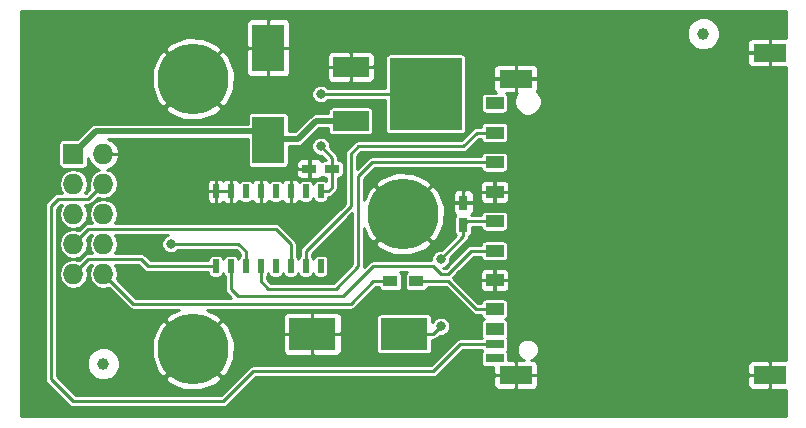
<source format=gbr>
G04 #@! TF.FileFunction,Copper,L1,Top,Signal*
%FSLAX46Y46*%
G04 Gerber Fmt 4.6, Leading zero omitted, Abs format (unit mm)*
G04 Created by KiCad (PCBNEW 4.0.5+dfsg1-4) date Thu Feb 15 14:06:30 2018*
%MOMM*%
%LPD*%
G01*
G04 APERTURE LIST*
%ADD10C,0.100000*%
%ADD11R,2.700020X4.000500*%
%ADD12R,4.000500X2.700020*%
%ADD13R,1.200000X0.750000*%
%ADD14R,0.750000X1.200000*%
%ADD15R,1.501140X1.000760*%
%ADD16R,2.799080X1.501140*%
%ADD17R,1.501140X0.701040*%
%ADD18C,6.000000*%
%ADD19R,1.727200X1.727200*%
%ADD20O,1.727200X1.727200*%
%ADD21R,3.048000X1.651000*%
%ADD22R,6.096000X6.096000*%
%ADD23R,0.508000X1.143000*%
%ADD24R,1.200000X0.900000*%
%ADD25C,1.000000*%
%ADD26C,0.800000*%
%ADD27C,0.250000*%
%ADD28C,0.500000*%
%ADD29C,0.254000*%
G04 APERTURE END LIST*
D10*
D11*
X148590000Y-87551260D03*
X148590000Y-95328740D03*
D12*
X152321260Y-111760000D03*
X160098740Y-111760000D03*
D13*
X153985000Y-97790000D03*
X152085000Y-97790000D03*
D14*
X165100000Y-102550000D03*
X165100000Y-100650000D03*
D15*
X167754300Y-97226120D03*
X167754300Y-99725480D03*
X167754300Y-102224840D03*
X167754300Y-104724200D03*
X167754300Y-107226100D03*
X167754300Y-109649260D03*
X167754300Y-111351060D03*
X167754300Y-92224860D03*
D16*
X191056260Y-115249960D03*
X191056260Y-87950040D03*
X169555160Y-115249960D03*
X169555160Y-90149680D03*
D15*
X167754300Y-94724220D03*
D17*
X167754300Y-112649000D03*
X167754300Y-113850420D03*
D18*
X142240000Y-90170000D03*
X142240000Y-113030000D03*
D19*
X132080000Y-96520000D03*
D20*
X134620000Y-96520000D03*
X132080000Y-99060000D03*
X134620000Y-99060000D03*
X132080000Y-101600000D03*
X134620000Y-101600000D03*
X132080000Y-104140000D03*
X134620000Y-104140000D03*
X132080000Y-106680000D03*
X134620000Y-106680000D03*
D21*
X155575000Y-89154000D03*
D22*
X161925000Y-91440000D03*
D21*
X155575000Y-93726000D03*
D18*
X160020000Y-101600000D03*
D23*
X153035000Y-106045000D03*
X150495000Y-106045000D03*
X149225000Y-106045000D03*
X147955000Y-106045000D03*
X146685000Y-106045000D03*
X145415000Y-106045000D03*
X144145000Y-106045000D03*
X144145000Y-99695000D03*
X145415000Y-99695000D03*
X146685000Y-99695000D03*
X147955000Y-99695000D03*
X149225000Y-99695000D03*
X150495000Y-99695000D03*
X151765000Y-99695000D03*
X153035000Y-99695000D03*
X151765000Y-106045000D03*
D24*
X161120000Y-107315000D03*
X158920000Y-107315000D03*
D25*
X185420000Y-86360000D03*
X134620000Y-114300000D03*
D26*
X139700000Y-107315000D03*
X138430000Y-104140000D03*
X154940000Y-105410000D03*
X132715000Y-87630000D03*
X128905000Y-117475000D03*
X184912000Y-111252000D03*
X184912000Y-95758000D03*
X162560000Y-85725000D03*
X163195000Y-111125000D03*
X163195000Y-105410000D03*
X153035000Y-95885000D03*
X153035000Y-91440000D03*
X140335000Y-104140000D03*
D27*
X167754300Y-107226100D02*
X180886100Y-107226100D01*
X180886100Y-107226100D02*
X184912000Y-111252000D01*
X167754300Y-99725480D02*
X180944520Y-99725480D01*
X180944520Y-99725480D02*
X184912000Y-95758000D01*
X155575000Y-89154000D02*
X155575000Y-86995000D01*
X156845000Y-85725000D02*
X162560000Y-85725000D01*
X155575000Y-86995000D02*
X156845000Y-85725000D01*
D28*
X132080000Y-96520000D02*
X133985000Y-94615000D01*
X133985000Y-94615000D02*
X147876260Y-94615000D01*
X147876260Y-94615000D02*
X148511260Y-95250000D01*
X148511260Y-95250000D02*
X151130000Y-95250000D01*
X151130000Y-95250000D02*
X152654000Y-93726000D01*
X152654000Y-93726000D02*
X155575000Y-93726000D01*
D27*
X160098740Y-111760000D02*
X162560000Y-111760000D01*
X162560000Y-111760000D02*
X163195000Y-111125000D01*
X165100000Y-103505000D02*
X163195000Y-105410000D01*
X165100000Y-102550000D02*
X165100000Y-103505000D01*
X153985000Y-97790000D02*
X153985000Y-96835000D01*
X153985000Y-96835000D02*
X153035000Y-95885000D01*
X153035000Y-91440000D02*
X161925000Y-91440000D01*
X153035000Y-99695000D02*
X153670000Y-99695000D01*
X153985000Y-99380000D02*
X153985000Y-97790000D01*
X153670000Y-99695000D02*
X153985000Y-99380000D01*
X167754300Y-102224840D02*
X165425160Y-102224840D01*
X165425160Y-102224840D02*
X165100000Y-102550000D01*
X148590000Y-107950000D02*
X154305000Y-107950000D01*
X148590000Y-107950000D02*
X147955000Y-107315000D01*
X147955000Y-106045000D02*
X147955000Y-107315000D01*
X157408880Y-97226120D02*
X167754300Y-97226120D01*
X156210000Y-98425000D02*
X157408880Y-97226120D01*
X156210000Y-106045000D02*
X156210000Y-98425000D01*
X154305000Y-107950000D02*
X156210000Y-106045000D01*
X145415000Y-106045000D02*
X145415000Y-107950000D01*
X165785800Y-104724200D02*
X167754300Y-104724200D01*
X163830000Y-106680000D02*
X165785800Y-104724200D01*
X163195000Y-106680000D02*
X163830000Y-106680000D01*
X162560000Y-106045000D02*
X163195000Y-106680000D01*
X157480000Y-106045000D02*
X162560000Y-106045000D01*
X154940000Y-108585000D02*
X157480000Y-106045000D01*
X146050000Y-108585000D02*
X154940000Y-108585000D01*
X145415000Y-107950000D02*
X146050000Y-108585000D01*
X167754300Y-109649260D02*
X166164260Y-109649260D01*
X163830000Y-107315000D02*
X161120000Y-107315000D01*
X166164260Y-109649260D02*
X163830000Y-107315000D01*
X167754300Y-94724220D02*
X166260780Y-94724220D01*
X151765000Y-104775000D02*
X151765000Y-106045000D01*
X155575000Y-100965000D02*
X151765000Y-104775000D01*
X155575000Y-96520000D02*
X155575000Y-100965000D01*
X156210000Y-95885000D02*
X155575000Y-96520000D01*
X165100000Y-95885000D02*
X156210000Y-95885000D01*
X166260780Y-94724220D02*
X165100000Y-95885000D01*
X134620000Y-99060000D02*
X133350000Y-100330000D01*
X164846000Y-112649000D02*
X167754300Y-112649000D01*
X162560000Y-114935000D02*
X164846000Y-112649000D01*
X147320000Y-114935000D02*
X162560000Y-114935000D01*
X144780000Y-117475000D02*
X147320000Y-114935000D01*
X132080000Y-117475000D02*
X144780000Y-117475000D01*
X130175000Y-115570000D02*
X132080000Y-117475000D01*
X130175000Y-100965000D02*
X130175000Y-115570000D01*
X130810000Y-100330000D02*
X130175000Y-100965000D01*
X133350000Y-100330000D02*
X130810000Y-100330000D01*
X146685000Y-106045000D02*
X146685000Y-104775000D01*
X146050000Y-104140000D02*
X140335000Y-104140000D01*
X146685000Y-104775000D02*
X146050000Y-104140000D01*
X132080000Y-104140000D02*
X133350000Y-102870000D01*
X150495000Y-104140000D02*
X150495000Y-106045000D01*
X149225000Y-102870000D02*
X150495000Y-104140000D01*
X133350000Y-102870000D02*
X149225000Y-102870000D01*
X144145000Y-106045000D02*
X138430000Y-106045000D01*
X133350000Y-105410000D02*
X132080000Y-106680000D01*
X137795000Y-105410000D02*
X133350000Y-105410000D01*
X138430000Y-106045000D02*
X137795000Y-105410000D01*
X134620000Y-106680000D02*
X137160000Y-109220000D01*
X155575000Y-109220000D02*
X137160000Y-109220000D01*
X157480000Y-107315000D02*
X158920000Y-107315000D01*
X157480000Y-107315000D02*
X155575000Y-109220000D01*
D29*
G36*
X192405000Y-86691470D02*
X191195960Y-86691470D01*
X191068960Y-86818470D01*
X191068960Y-87937340D01*
X191088960Y-87937340D01*
X191088960Y-87962740D01*
X191068960Y-87962740D01*
X191068960Y-89081610D01*
X191195960Y-89208610D01*
X192405000Y-89208610D01*
X192405000Y-113991390D01*
X191195960Y-113991390D01*
X191068960Y-114118390D01*
X191068960Y-115237260D01*
X191088960Y-115237260D01*
X191088960Y-115262660D01*
X191068960Y-115262660D01*
X191068960Y-116381530D01*
X191195960Y-116508530D01*
X192405000Y-116508530D01*
X192405000Y-118745000D01*
X127635000Y-118745000D01*
X127635000Y-100965000D01*
X129669000Y-100965000D01*
X129669000Y-115570000D01*
X129707517Y-115763638D01*
X129817204Y-115927796D01*
X131722204Y-117832796D01*
X131886362Y-117942483D01*
X132080000Y-117981000D01*
X144780000Y-117981000D01*
X144973638Y-117942483D01*
X145137796Y-117832796D01*
X147529592Y-115441000D01*
X162560000Y-115441000D01*
X162753638Y-115402483D01*
X162772828Y-115389660D01*
X167647620Y-115389660D01*
X167647620Y-116101577D01*
X167724958Y-116288288D01*
X167867861Y-116431191D01*
X168054572Y-116508530D01*
X169415460Y-116508530D01*
X169542460Y-116381530D01*
X169542460Y-115262660D01*
X169567860Y-115262660D01*
X169567860Y-116381530D01*
X169694860Y-116508530D01*
X171055748Y-116508530D01*
X171242459Y-116431191D01*
X171385362Y-116288288D01*
X171462700Y-116101577D01*
X171462700Y-115389660D01*
X189148720Y-115389660D01*
X189148720Y-116101577D01*
X189226058Y-116288288D01*
X189368961Y-116431191D01*
X189555672Y-116508530D01*
X190916560Y-116508530D01*
X191043560Y-116381530D01*
X191043560Y-115262660D01*
X189275720Y-115262660D01*
X189148720Y-115389660D01*
X171462700Y-115389660D01*
X171335700Y-115262660D01*
X169567860Y-115262660D01*
X169542460Y-115262660D01*
X167774620Y-115262660D01*
X167647620Y-115389660D01*
X162772828Y-115389660D01*
X162917796Y-115292796D01*
X165055592Y-113155000D01*
X166651028Y-113155000D01*
X166712739Y-113250902D01*
X166645871Y-113348766D01*
X166615266Y-113499900D01*
X166615266Y-114200940D01*
X166641833Y-114342130D01*
X166725276Y-114471805D01*
X166852596Y-114558799D01*
X167003730Y-114589404D01*
X167647620Y-114589404D01*
X167647620Y-115110260D01*
X167774620Y-115237260D01*
X169542460Y-115237260D01*
X169542460Y-114118390D01*
X169567860Y-114118390D01*
X169567860Y-115237260D01*
X171335700Y-115237260D01*
X171462700Y-115110260D01*
X171462700Y-114398343D01*
X189148720Y-114398343D01*
X189148720Y-115110260D01*
X189275720Y-115237260D01*
X191043560Y-115237260D01*
X191043560Y-114118390D01*
X190916560Y-113991390D01*
X189555672Y-113991390D01*
X189368961Y-114068729D01*
X189226058Y-114211632D01*
X189148720Y-114398343D01*
X171462700Y-114398343D01*
X171385362Y-114211632D01*
X171242459Y-114068729D01*
X171055748Y-113991390D01*
X170829047Y-113991390D01*
X171080394Y-113887535D01*
X171341419Y-113626966D01*
X171482859Y-113286341D01*
X171483181Y-112917517D01*
X171342335Y-112576646D01*
X171081766Y-112315621D01*
X170741141Y-112174181D01*
X170372317Y-112173859D01*
X170031446Y-112314705D01*
X169770421Y-112575274D01*
X169628981Y-112915899D01*
X169628659Y-113284723D01*
X169769505Y-113625594D01*
X170030074Y-113886619D01*
X170282390Y-113991390D01*
X169694860Y-113991390D01*
X169567860Y-114118390D01*
X169542460Y-114118390D01*
X169415460Y-113991390D01*
X168893334Y-113991390D01*
X168893334Y-113499900D01*
X168866767Y-113358710D01*
X168795861Y-113248518D01*
X168862729Y-113150654D01*
X168893334Y-112999520D01*
X168893334Y-112298480D01*
X168866767Y-112157290D01*
X168813537Y-112074568D01*
X168862729Y-112002574D01*
X168893334Y-111851440D01*
X168893334Y-110850680D01*
X168866767Y-110709490D01*
X168783324Y-110579815D01*
X168665288Y-110499164D01*
X168775735Y-110428094D01*
X168862729Y-110300774D01*
X168893334Y-110149640D01*
X168893334Y-109148880D01*
X168866767Y-109007690D01*
X168783324Y-108878015D01*
X168656004Y-108791021D01*
X168504870Y-108760416D01*
X167003730Y-108760416D01*
X166862540Y-108786983D01*
X166732865Y-108870426D01*
X166645871Y-108997746D01*
X166616404Y-109143260D01*
X166373852Y-109143260D01*
X164596392Y-107365800D01*
X166495730Y-107365800D01*
X166495730Y-107827527D01*
X166573068Y-108014238D01*
X166715971Y-108157141D01*
X166902682Y-108234480D01*
X167614600Y-108234480D01*
X167741600Y-108107480D01*
X167741600Y-107238800D01*
X167767000Y-107238800D01*
X167767000Y-108107480D01*
X167894000Y-108234480D01*
X168605918Y-108234480D01*
X168792629Y-108157141D01*
X168935532Y-108014238D01*
X169012870Y-107827527D01*
X169012870Y-107365800D01*
X168885870Y-107238800D01*
X167767000Y-107238800D01*
X167741600Y-107238800D01*
X166622730Y-107238800D01*
X166495730Y-107365800D01*
X164596392Y-107365800D01*
X164228092Y-106997500D01*
X164600919Y-106624673D01*
X166495730Y-106624673D01*
X166495730Y-107086400D01*
X166622730Y-107213400D01*
X167741600Y-107213400D01*
X167741600Y-106344720D01*
X167767000Y-106344720D01*
X167767000Y-107213400D01*
X168885870Y-107213400D01*
X169012870Y-107086400D01*
X169012870Y-106624673D01*
X168935532Y-106437962D01*
X168792629Y-106295059D01*
X168605918Y-106217720D01*
X167894000Y-106217720D01*
X167767000Y-106344720D01*
X167741600Y-106344720D01*
X167614600Y-106217720D01*
X166902682Y-106217720D01*
X166715971Y-106295059D01*
X166573068Y-106437962D01*
X166495730Y-106624673D01*
X164600919Y-106624673D01*
X165995392Y-105230200D01*
X166616323Y-105230200D01*
X166641833Y-105365770D01*
X166725276Y-105495445D01*
X166852596Y-105582439D01*
X167003730Y-105613044D01*
X168504870Y-105613044D01*
X168646060Y-105586477D01*
X168775735Y-105503034D01*
X168862729Y-105375714D01*
X168893334Y-105224580D01*
X168893334Y-104223820D01*
X168866767Y-104082630D01*
X168783324Y-103952955D01*
X168656004Y-103865961D01*
X168504870Y-103835356D01*
X167003730Y-103835356D01*
X166862540Y-103861923D01*
X166732865Y-103945366D01*
X166645871Y-104072686D01*
X166616404Y-104218200D01*
X165785800Y-104218200D01*
X165592162Y-104256717D01*
X165428004Y-104366404D01*
X163620408Y-106174000D01*
X163404592Y-106174000D01*
X163400659Y-106170067D01*
X163636823Y-106072486D01*
X163856714Y-105852979D01*
X163975864Y-105566032D01*
X163976058Y-105344534D01*
X165457796Y-103862796D01*
X165567483Y-103698638D01*
X165604179Y-103514157D01*
X165616190Y-103511897D01*
X165745865Y-103428454D01*
X165832859Y-103301134D01*
X165863464Y-103150000D01*
X165863464Y-102730840D01*
X166616323Y-102730840D01*
X166641833Y-102866410D01*
X166725276Y-102996085D01*
X166852596Y-103083079D01*
X167003730Y-103113684D01*
X168504870Y-103113684D01*
X168646060Y-103087117D01*
X168775735Y-103003674D01*
X168862729Y-102876354D01*
X168893334Y-102725220D01*
X168893334Y-101724460D01*
X168866767Y-101583270D01*
X168783324Y-101453595D01*
X168656004Y-101366601D01*
X168504870Y-101335996D01*
X167003730Y-101335996D01*
X166862540Y-101362563D01*
X166732865Y-101446006D01*
X166645871Y-101573326D01*
X166616404Y-101718840D01*
X165779003Y-101718840D01*
X165756188Y-101683383D01*
X165762759Y-101680661D01*
X165905662Y-101537758D01*
X165983000Y-101351047D01*
X165983000Y-100789700D01*
X165856000Y-100662700D01*
X165112700Y-100662700D01*
X165112700Y-100682700D01*
X165087300Y-100682700D01*
X165087300Y-100662700D01*
X164344000Y-100662700D01*
X164217000Y-100789700D01*
X164217000Y-101351047D01*
X164294338Y-101537758D01*
X164437241Y-101680661D01*
X164445554Y-101684104D01*
X164367141Y-101798866D01*
X164336536Y-101950000D01*
X164336536Y-103150000D01*
X164363103Y-103291190D01*
X164446546Y-103420865D01*
X164459614Y-103429794D01*
X163260351Y-104629057D01*
X163040331Y-104628864D01*
X162753177Y-104747514D01*
X162533286Y-104967021D01*
X162414136Y-105253968D01*
X162413886Y-105539000D01*
X157480000Y-105539000D01*
X157286362Y-105577517D01*
X157122204Y-105687204D01*
X156703980Y-106105428D01*
X156716000Y-106045000D01*
X156716000Y-104048289D01*
X157589672Y-104048289D01*
X157927941Y-104501078D01*
X159197384Y-105080843D01*
X160592063Y-105130681D01*
X161899650Y-104643005D01*
X162112059Y-104501078D01*
X162450328Y-104048289D01*
X160020000Y-101617961D01*
X157589672Y-104048289D01*
X156716000Y-104048289D01*
X156716000Y-102779854D01*
X156976995Y-103479650D01*
X157118922Y-103692059D01*
X157571711Y-104030328D01*
X160002039Y-101600000D01*
X160037961Y-101600000D01*
X162468289Y-104030328D01*
X162921078Y-103692059D01*
X163500843Y-102422616D01*
X163550681Y-101027937D01*
X163148265Y-99948953D01*
X164217000Y-99948953D01*
X164217000Y-100510300D01*
X164344000Y-100637300D01*
X165087300Y-100637300D01*
X165087300Y-99669000D01*
X165112700Y-99669000D01*
X165112700Y-100637300D01*
X165856000Y-100637300D01*
X165983000Y-100510300D01*
X165983000Y-99948953D01*
X165948301Y-99865180D01*
X166495730Y-99865180D01*
X166495730Y-100326907D01*
X166573068Y-100513618D01*
X166715971Y-100656521D01*
X166902682Y-100733860D01*
X167614600Y-100733860D01*
X167741600Y-100606860D01*
X167741600Y-99738180D01*
X167767000Y-99738180D01*
X167767000Y-100606860D01*
X167894000Y-100733860D01*
X168605918Y-100733860D01*
X168792629Y-100656521D01*
X168935532Y-100513618D01*
X169012870Y-100326907D01*
X169012870Y-99865180D01*
X168885870Y-99738180D01*
X167767000Y-99738180D01*
X167741600Y-99738180D01*
X166622730Y-99738180D01*
X166495730Y-99865180D01*
X165948301Y-99865180D01*
X165905662Y-99762242D01*
X165762759Y-99619339D01*
X165576048Y-99542000D01*
X165239700Y-99542000D01*
X165112700Y-99669000D01*
X165087300Y-99669000D01*
X164960300Y-99542000D01*
X164623952Y-99542000D01*
X164437241Y-99619339D01*
X164294338Y-99762242D01*
X164217000Y-99948953D01*
X163148265Y-99948953D01*
X163063005Y-99720350D01*
X162921078Y-99507941D01*
X162468289Y-99169672D01*
X160037961Y-101600000D01*
X160002039Y-101600000D01*
X157571711Y-99169672D01*
X157118922Y-99507941D01*
X156716000Y-100390172D01*
X156716000Y-99151711D01*
X157589672Y-99151711D01*
X160020000Y-101582039D01*
X162450328Y-99151711D01*
X162429666Y-99124053D01*
X166495730Y-99124053D01*
X166495730Y-99585780D01*
X166622730Y-99712780D01*
X167741600Y-99712780D01*
X167741600Y-98844100D01*
X167767000Y-98844100D01*
X167767000Y-99712780D01*
X168885870Y-99712780D01*
X169012870Y-99585780D01*
X169012870Y-99124053D01*
X168935532Y-98937342D01*
X168792629Y-98794439D01*
X168605918Y-98717100D01*
X167894000Y-98717100D01*
X167767000Y-98844100D01*
X167741600Y-98844100D01*
X167614600Y-98717100D01*
X166902682Y-98717100D01*
X166715971Y-98794439D01*
X166573068Y-98937342D01*
X166495730Y-99124053D01*
X162429666Y-99124053D01*
X162112059Y-98698922D01*
X160842616Y-98119157D01*
X159447937Y-98069319D01*
X158140350Y-98556995D01*
X157927941Y-98698922D01*
X157589672Y-99151711D01*
X156716000Y-99151711D01*
X156716000Y-98634592D01*
X157618472Y-97732120D01*
X166616323Y-97732120D01*
X166641833Y-97867690D01*
X166725276Y-97997365D01*
X166852596Y-98084359D01*
X167003730Y-98114964D01*
X168504870Y-98114964D01*
X168646060Y-98088397D01*
X168775735Y-98004954D01*
X168862729Y-97877634D01*
X168893334Y-97726500D01*
X168893334Y-96725740D01*
X168866767Y-96584550D01*
X168783324Y-96454875D01*
X168656004Y-96367881D01*
X168504870Y-96337276D01*
X167003730Y-96337276D01*
X166862540Y-96363843D01*
X166732865Y-96447286D01*
X166645871Y-96574606D01*
X166616404Y-96720120D01*
X157408880Y-96720120D01*
X157215242Y-96758637D01*
X157051084Y-96868324D01*
X156081000Y-97838408D01*
X156081000Y-96729592D01*
X156419592Y-96391000D01*
X165100000Y-96391000D01*
X165293638Y-96352483D01*
X165457796Y-96242796D01*
X166470372Y-95230220D01*
X166616323Y-95230220D01*
X166641833Y-95365790D01*
X166725276Y-95495465D01*
X166852596Y-95582459D01*
X167003730Y-95613064D01*
X168504870Y-95613064D01*
X168646060Y-95586497D01*
X168775735Y-95503054D01*
X168862729Y-95375734D01*
X168893334Y-95224600D01*
X168893334Y-94223840D01*
X168866767Y-94082650D01*
X168783324Y-93952975D01*
X168656004Y-93865981D01*
X168504870Y-93835376D01*
X167003730Y-93835376D01*
X166862540Y-93861943D01*
X166732865Y-93945386D01*
X166645871Y-94072706D01*
X166616404Y-94218220D01*
X166260780Y-94218220D01*
X166067142Y-94256737D01*
X165902984Y-94366424D01*
X164890408Y-95379000D01*
X156210000Y-95379000D01*
X156016362Y-95417517D01*
X155870154Y-95515210D01*
X155852204Y-95527204D01*
X155217204Y-96162204D01*
X155107517Y-96326362D01*
X155069000Y-96520000D01*
X155069000Y-100755408D01*
X151407204Y-104417204D01*
X151297517Y-104581362D01*
X151259000Y-104775000D01*
X151259000Y-105182907D01*
X151240135Y-105195046D01*
X151153141Y-105322366D01*
X151130274Y-105435288D01*
X151110897Y-105332310D01*
X151027454Y-105202635D01*
X151001000Y-105184560D01*
X151001000Y-104140000D01*
X150962483Y-103946362D01*
X150852796Y-103782204D01*
X149582796Y-102512204D01*
X149418638Y-102402517D01*
X149225000Y-102364000D01*
X135593909Y-102364000D01*
X135769860Y-102100671D01*
X135864600Y-101624383D01*
X135864600Y-101575617D01*
X135769860Y-101099329D01*
X135500065Y-100695552D01*
X135096288Y-100425757D01*
X134620000Y-100331017D01*
X134143712Y-100425757D01*
X133739935Y-100695552D01*
X133470140Y-101099329D01*
X133375400Y-101575617D01*
X133375400Y-101624383D01*
X133470140Y-102100671D01*
X133646091Y-102364000D01*
X133350000Y-102364000D01*
X133156362Y-102402517D01*
X132992204Y-102512204D01*
X132541577Y-102962831D01*
X132080000Y-102871017D01*
X131603712Y-102965757D01*
X131199935Y-103235552D01*
X130930140Y-103639329D01*
X130835400Y-104115617D01*
X130835400Y-104164383D01*
X130930140Y-104640671D01*
X131199935Y-105044448D01*
X131603712Y-105314243D01*
X132080000Y-105408983D01*
X132556288Y-105314243D01*
X132960065Y-105044448D01*
X133229860Y-104640671D01*
X133324600Y-104164383D01*
X133324600Y-104115617D01*
X133240877Y-103694715D01*
X133559592Y-103376000D01*
X133646091Y-103376000D01*
X133470140Y-103639329D01*
X133375400Y-104115617D01*
X133375400Y-104164383D01*
X133470140Y-104640671D01*
X133646091Y-104904000D01*
X133350000Y-104904000D01*
X133156362Y-104942517D01*
X132992204Y-105052204D01*
X132541577Y-105502831D01*
X132080000Y-105411017D01*
X131603712Y-105505757D01*
X131199935Y-105775552D01*
X130930140Y-106179329D01*
X130835400Y-106655617D01*
X130835400Y-106704383D01*
X130930140Y-107180671D01*
X131199935Y-107584448D01*
X131603712Y-107854243D01*
X132080000Y-107948983D01*
X132556288Y-107854243D01*
X132960065Y-107584448D01*
X133229860Y-107180671D01*
X133324600Y-106704383D01*
X133324600Y-106655617D01*
X133240877Y-106234715D01*
X133559592Y-105916000D01*
X133646091Y-105916000D01*
X133470140Y-106179329D01*
X133375400Y-106655617D01*
X133375400Y-106704383D01*
X133470140Y-107180671D01*
X133739935Y-107584448D01*
X134143712Y-107854243D01*
X134620000Y-107948983D01*
X135081577Y-107857169D01*
X136802204Y-109577796D01*
X136966362Y-109687483D01*
X137160000Y-109726000D01*
X141060146Y-109726000D01*
X140360350Y-109986995D01*
X140147941Y-110128922D01*
X139809672Y-110581711D01*
X142240000Y-113012039D01*
X144670328Y-110581711D01*
X144466549Y-110308942D01*
X149813010Y-110308942D01*
X149813010Y-111620300D01*
X149940010Y-111747300D01*
X152308560Y-111747300D01*
X152308560Y-110028990D01*
X152333960Y-110028990D01*
X152333960Y-111747300D01*
X154702510Y-111747300D01*
X154829510Y-111620300D01*
X154829510Y-110409990D01*
X157710026Y-110409990D01*
X157710026Y-113110010D01*
X157736593Y-113251200D01*
X157820036Y-113380875D01*
X157947356Y-113467869D01*
X158098490Y-113498474D01*
X162098990Y-113498474D01*
X162240180Y-113471907D01*
X162369855Y-113388464D01*
X162456849Y-113261144D01*
X162487454Y-113110010D01*
X162487454Y-112266000D01*
X162560000Y-112266000D01*
X162753638Y-112227483D01*
X162917796Y-112117796D01*
X163129649Y-111905943D01*
X163349669Y-111906136D01*
X163636823Y-111787486D01*
X163856714Y-111567979D01*
X163975864Y-111281032D01*
X163976136Y-110970331D01*
X163857486Y-110683177D01*
X163637979Y-110463286D01*
X163351032Y-110344136D01*
X163040331Y-110343864D01*
X162753177Y-110462514D01*
X162533286Y-110682021D01*
X162487454Y-110792397D01*
X162487454Y-110409990D01*
X162460887Y-110268800D01*
X162377444Y-110139125D01*
X162250124Y-110052131D01*
X162098990Y-110021526D01*
X158098490Y-110021526D01*
X157957300Y-110048093D01*
X157827625Y-110131536D01*
X157740631Y-110258856D01*
X157710026Y-110409990D01*
X154829510Y-110409990D01*
X154829510Y-110308942D01*
X154752171Y-110122231D01*
X154609268Y-109979328D01*
X154422557Y-109901990D01*
X152460960Y-109901990D01*
X152333960Y-110028990D01*
X152308560Y-110028990D01*
X152181560Y-109901990D01*
X150219963Y-109901990D01*
X150033252Y-109979328D01*
X149890349Y-110122231D01*
X149813010Y-110308942D01*
X144466549Y-110308942D01*
X144332059Y-110128922D01*
X143449828Y-109726000D01*
X155575000Y-109726000D01*
X155768638Y-109687483D01*
X155932796Y-109577796D01*
X157689592Y-107821000D01*
X157942073Y-107821000D01*
X157958103Y-107906190D01*
X158041546Y-108035865D01*
X158168866Y-108122859D01*
X158320000Y-108153464D01*
X159520000Y-108153464D01*
X159661190Y-108126897D01*
X159790865Y-108043454D01*
X159877859Y-107916134D01*
X159908464Y-107765000D01*
X159908464Y-106865000D01*
X159881897Y-106723810D01*
X159798454Y-106594135D01*
X159735324Y-106551000D01*
X160304375Y-106551000D01*
X160249135Y-106586546D01*
X160162141Y-106713866D01*
X160131536Y-106865000D01*
X160131536Y-107765000D01*
X160158103Y-107906190D01*
X160241546Y-108035865D01*
X160368866Y-108122859D01*
X160520000Y-108153464D01*
X161720000Y-108153464D01*
X161861190Y-108126897D01*
X161990865Y-108043454D01*
X162077859Y-107916134D01*
X162097124Y-107821000D01*
X163620408Y-107821000D01*
X165806464Y-110007056D01*
X165970622Y-110116743D01*
X166164260Y-110155260D01*
X166616323Y-110155260D01*
X166641833Y-110290830D01*
X166725276Y-110420505D01*
X166843312Y-110501156D01*
X166732865Y-110572226D01*
X166645871Y-110699546D01*
X166615266Y-110850680D01*
X166615266Y-111851440D01*
X166641833Y-111992630D01*
X166695063Y-112075352D01*
X166648840Y-112143000D01*
X164846000Y-112143000D01*
X164652362Y-112181517D01*
X164488204Y-112291204D01*
X162350408Y-114429000D01*
X147320000Y-114429000D01*
X147126362Y-114467517D01*
X146962204Y-114577204D01*
X144570408Y-116969000D01*
X132289592Y-116969000D01*
X130681000Y-115360408D01*
X130681000Y-114576661D01*
X133222758Y-114576661D01*
X133434990Y-115090303D01*
X133827630Y-115483629D01*
X134340900Y-115696757D01*
X134896661Y-115697242D01*
X135410303Y-115485010D01*
X135417035Y-115478289D01*
X139809672Y-115478289D01*
X140147941Y-115931078D01*
X141417384Y-116510843D01*
X142812063Y-116560681D01*
X144119650Y-116073005D01*
X144332059Y-115931078D01*
X144670328Y-115478289D01*
X142240000Y-113047961D01*
X139809672Y-115478289D01*
X135417035Y-115478289D01*
X135803629Y-115092370D01*
X136016757Y-114579100D01*
X136017242Y-114023339D01*
X135843175Y-113602063D01*
X138709319Y-113602063D01*
X139196995Y-114909650D01*
X139338922Y-115122059D01*
X139791711Y-115460328D01*
X142222039Y-113030000D01*
X142257961Y-113030000D01*
X144688289Y-115460328D01*
X145141078Y-115122059D01*
X145720843Y-113852616D01*
X145770681Y-112457937D01*
X145562482Y-111899700D01*
X149813010Y-111899700D01*
X149813010Y-113211058D01*
X149890349Y-113397769D01*
X150033252Y-113540672D01*
X150219963Y-113618010D01*
X152181560Y-113618010D01*
X152308560Y-113491010D01*
X152308560Y-111772700D01*
X152333960Y-111772700D01*
X152333960Y-113491010D01*
X152460960Y-113618010D01*
X154422557Y-113618010D01*
X154609268Y-113540672D01*
X154752171Y-113397769D01*
X154829510Y-113211058D01*
X154829510Y-111899700D01*
X154702510Y-111772700D01*
X152333960Y-111772700D01*
X152308560Y-111772700D01*
X149940010Y-111772700D01*
X149813010Y-111899700D01*
X145562482Y-111899700D01*
X145283005Y-111150350D01*
X145141078Y-110937941D01*
X144688289Y-110599672D01*
X142257961Y-113030000D01*
X142222039Y-113030000D01*
X139791711Y-110599672D01*
X139338922Y-110937941D01*
X138759157Y-112207384D01*
X138709319Y-113602063D01*
X135843175Y-113602063D01*
X135805010Y-113509697D01*
X135412370Y-113116371D01*
X134899100Y-112903243D01*
X134343339Y-112902758D01*
X133829697Y-113114990D01*
X133436371Y-113507630D01*
X133223243Y-114020900D01*
X133222758Y-114576661D01*
X130681000Y-114576661D01*
X130681000Y-101174592D01*
X131019592Y-100836000D01*
X131106091Y-100836000D01*
X130930140Y-101099329D01*
X130835400Y-101575617D01*
X130835400Y-101624383D01*
X130930140Y-102100671D01*
X131199935Y-102504448D01*
X131603712Y-102774243D01*
X132080000Y-102868983D01*
X132556288Y-102774243D01*
X132960065Y-102504448D01*
X133229860Y-102100671D01*
X133324600Y-101624383D01*
X133324600Y-101575617D01*
X133229860Y-101099329D01*
X133053909Y-100836000D01*
X133350000Y-100836000D01*
X133543638Y-100797483D01*
X133707796Y-100687796D01*
X134158423Y-100237169D01*
X134620000Y-100328983D01*
X135096288Y-100234243D01*
X135500065Y-99964448D01*
X135586759Y-99834700D01*
X143383000Y-99834700D01*
X143383000Y-100367548D01*
X143460339Y-100554259D01*
X143603242Y-100697162D01*
X143789953Y-100774500D01*
X144005300Y-100774500D01*
X144132300Y-100647500D01*
X144132300Y-99707700D01*
X144157700Y-99707700D01*
X144157700Y-100647500D01*
X144284700Y-100774500D01*
X144500047Y-100774500D01*
X144686758Y-100697162D01*
X144780000Y-100603920D01*
X144873242Y-100697162D01*
X145059953Y-100774500D01*
X145275300Y-100774500D01*
X145402300Y-100647500D01*
X145402300Y-99707700D01*
X144157700Y-99707700D01*
X144132300Y-99707700D01*
X143510000Y-99707700D01*
X143383000Y-99834700D01*
X135586759Y-99834700D01*
X135769860Y-99560671D01*
X135864600Y-99084383D01*
X135864600Y-99035617D01*
X135861982Y-99022452D01*
X143383000Y-99022452D01*
X143383000Y-99555300D01*
X143510000Y-99682300D01*
X144132300Y-99682300D01*
X144132300Y-98742500D01*
X144157700Y-98742500D01*
X144157700Y-99682300D01*
X145402300Y-99682300D01*
X145402300Y-98742500D01*
X145427700Y-98742500D01*
X145427700Y-99682300D01*
X145447700Y-99682300D01*
X145447700Y-99707700D01*
X145427700Y-99707700D01*
X145427700Y-100647500D01*
X145554700Y-100774500D01*
X145770047Y-100774500D01*
X145956758Y-100697162D01*
X146099661Y-100554259D01*
X146124629Y-100493981D01*
X146152546Y-100537365D01*
X146279866Y-100624359D01*
X146431000Y-100654964D01*
X146939000Y-100654964D01*
X147080190Y-100628397D01*
X147209865Y-100544954D01*
X147245115Y-100493364D01*
X147270339Y-100554259D01*
X147413242Y-100697162D01*
X147599953Y-100774500D01*
X147815300Y-100774500D01*
X147942300Y-100647500D01*
X147942300Y-99707700D01*
X147922300Y-99707700D01*
X147922300Y-99682300D01*
X147942300Y-99682300D01*
X147942300Y-98742500D01*
X147967700Y-98742500D01*
X147967700Y-99682300D01*
X147987700Y-99682300D01*
X147987700Y-99707700D01*
X147967700Y-99707700D01*
X147967700Y-100647500D01*
X148094700Y-100774500D01*
X148310047Y-100774500D01*
X148496758Y-100697162D01*
X148639661Y-100554259D01*
X148664629Y-100493981D01*
X148692546Y-100537365D01*
X148819866Y-100624359D01*
X148971000Y-100654964D01*
X149479000Y-100654964D01*
X149620190Y-100628397D01*
X149749865Y-100544954D01*
X149785115Y-100493364D01*
X149810339Y-100554259D01*
X149953242Y-100697162D01*
X150139953Y-100774500D01*
X150355300Y-100774500D01*
X150482300Y-100647500D01*
X150482300Y-99707700D01*
X150462300Y-99707700D01*
X150462300Y-99682300D01*
X150482300Y-99682300D01*
X150482300Y-98742500D01*
X150507700Y-98742500D01*
X150507700Y-99682300D01*
X150527700Y-99682300D01*
X150527700Y-99707700D01*
X150507700Y-99707700D01*
X150507700Y-100647500D01*
X150634700Y-100774500D01*
X150850047Y-100774500D01*
X151036758Y-100697162D01*
X151179661Y-100554259D01*
X151204629Y-100493981D01*
X151232546Y-100537365D01*
X151359866Y-100624359D01*
X151511000Y-100654964D01*
X152019000Y-100654964D01*
X152160190Y-100628397D01*
X152289865Y-100544954D01*
X152376859Y-100417634D01*
X152399726Y-100304712D01*
X152419103Y-100407690D01*
X152502546Y-100537365D01*
X152629866Y-100624359D01*
X152781000Y-100654964D01*
X153289000Y-100654964D01*
X153430190Y-100628397D01*
X153559865Y-100544954D01*
X153646859Y-100417634D01*
X153677464Y-100266500D01*
X153677464Y-100199515D01*
X153863638Y-100162483D01*
X154027796Y-100052796D01*
X154342796Y-99737796D01*
X154452483Y-99573638D01*
X154491000Y-99380000D01*
X154491000Y-98553464D01*
X154585000Y-98553464D01*
X154726190Y-98526897D01*
X154855865Y-98443454D01*
X154942859Y-98316134D01*
X154973464Y-98165000D01*
X154973464Y-97415000D01*
X154946897Y-97273810D01*
X154863454Y-97144135D01*
X154736134Y-97057141D01*
X154585000Y-97026536D01*
X154491000Y-97026536D01*
X154491000Y-96835000D01*
X154452483Y-96641362D01*
X154342796Y-96477204D01*
X153815943Y-95950351D01*
X153816136Y-95730331D01*
X153697486Y-95443177D01*
X153477979Y-95223286D01*
X153191032Y-95104136D01*
X152880331Y-95103864D01*
X152593177Y-95222514D01*
X152373286Y-95442021D01*
X152254136Y-95728968D01*
X152253864Y-96039669D01*
X152372514Y-96326823D01*
X152592021Y-96546714D01*
X152878968Y-96665864D01*
X153100466Y-96666058D01*
X153460944Y-97026536D01*
X153385000Y-97026536D01*
X153243810Y-97053103D01*
X153118383Y-97133812D01*
X153115661Y-97127241D01*
X152972758Y-96984338D01*
X152786047Y-96907000D01*
X152224700Y-96907000D01*
X152097700Y-97034000D01*
X152097700Y-97777300D01*
X152117700Y-97777300D01*
X152117700Y-97802700D01*
X152097700Y-97802700D01*
X152097700Y-98546000D01*
X152224700Y-98673000D01*
X152786047Y-98673000D01*
X152972758Y-98595662D01*
X153115661Y-98452759D01*
X153119104Y-98444446D01*
X153233866Y-98522859D01*
X153385000Y-98553464D01*
X153479000Y-98553464D01*
X153479000Y-98792197D01*
X153440134Y-98765641D01*
X153289000Y-98735036D01*
X152781000Y-98735036D01*
X152639810Y-98761603D01*
X152510135Y-98845046D01*
X152423141Y-98972366D01*
X152400274Y-99085288D01*
X152380897Y-98982310D01*
X152297454Y-98852635D01*
X152170134Y-98765641D01*
X152019000Y-98735036D01*
X151511000Y-98735036D01*
X151369810Y-98761603D01*
X151240135Y-98845046D01*
X151204885Y-98896636D01*
X151179661Y-98835741D01*
X151036758Y-98692838D01*
X150850047Y-98615500D01*
X150634700Y-98615500D01*
X150507700Y-98742500D01*
X150482300Y-98742500D01*
X150355300Y-98615500D01*
X150139953Y-98615500D01*
X149953242Y-98692838D01*
X149810339Y-98835741D01*
X149785371Y-98896019D01*
X149757454Y-98852635D01*
X149630134Y-98765641D01*
X149479000Y-98735036D01*
X148971000Y-98735036D01*
X148829810Y-98761603D01*
X148700135Y-98845046D01*
X148664885Y-98896636D01*
X148639661Y-98835741D01*
X148496758Y-98692838D01*
X148310047Y-98615500D01*
X148094700Y-98615500D01*
X147967700Y-98742500D01*
X147942300Y-98742500D01*
X147815300Y-98615500D01*
X147599953Y-98615500D01*
X147413242Y-98692838D01*
X147270339Y-98835741D01*
X147245371Y-98896019D01*
X147217454Y-98852635D01*
X147090134Y-98765641D01*
X146939000Y-98735036D01*
X146431000Y-98735036D01*
X146289810Y-98761603D01*
X146160135Y-98845046D01*
X146124885Y-98896636D01*
X146099661Y-98835741D01*
X145956758Y-98692838D01*
X145770047Y-98615500D01*
X145554700Y-98615500D01*
X145427700Y-98742500D01*
X145402300Y-98742500D01*
X145275300Y-98615500D01*
X145059953Y-98615500D01*
X144873242Y-98692838D01*
X144780000Y-98786080D01*
X144686758Y-98692838D01*
X144500047Y-98615500D01*
X144284700Y-98615500D01*
X144157700Y-98742500D01*
X144132300Y-98742500D01*
X144005300Y-98615500D01*
X143789953Y-98615500D01*
X143603242Y-98692838D01*
X143460339Y-98835741D01*
X143383000Y-99022452D01*
X135861982Y-99022452D01*
X135769860Y-98559329D01*
X135500065Y-98155552D01*
X135162054Y-97929700D01*
X150977000Y-97929700D01*
X150977000Y-98266048D01*
X151054339Y-98452759D01*
X151197242Y-98595662D01*
X151383953Y-98673000D01*
X151945300Y-98673000D01*
X152072300Y-98546000D01*
X152072300Y-97802700D01*
X151104000Y-97802700D01*
X150977000Y-97929700D01*
X135162054Y-97929700D01*
X135096288Y-97885757D01*
X134934554Y-97853586D01*
X135415898Y-97637065D01*
X135782796Y-97247457D01*
X135972669Y-96747100D01*
X135864542Y-96532700D01*
X134632700Y-96532700D01*
X134632700Y-96552700D01*
X134607300Y-96552700D01*
X134607300Y-96532700D01*
X134587300Y-96532700D01*
X134587300Y-96507300D01*
X134607300Y-96507300D01*
X134607300Y-96487300D01*
X134632700Y-96487300D01*
X134632700Y-96507300D01*
X135864542Y-96507300D01*
X135972669Y-96292900D01*
X135782796Y-95792543D01*
X135415898Y-95402935D01*
X135067019Y-95246000D01*
X146851526Y-95246000D01*
X146851526Y-97328990D01*
X146878093Y-97470180D01*
X146961536Y-97599855D01*
X147088856Y-97686849D01*
X147239990Y-97717454D01*
X149940010Y-97717454D01*
X150081200Y-97690887D01*
X150210875Y-97607444D01*
X150297869Y-97480124D01*
X150328474Y-97328990D01*
X150328474Y-97313952D01*
X150977000Y-97313952D01*
X150977000Y-97650300D01*
X151104000Y-97777300D01*
X152072300Y-97777300D01*
X152072300Y-97034000D01*
X151945300Y-96907000D01*
X151383953Y-96907000D01*
X151197242Y-96984338D01*
X151054339Y-97127241D01*
X150977000Y-97313952D01*
X150328474Y-97313952D01*
X150328474Y-95881000D01*
X151130000Y-95881000D01*
X151371473Y-95832968D01*
X151576184Y-95696184D01*
X152915369Y-94357000D01*
X153662536Y-94357000D01*
X153662536Y-94551500D01*
X153689103Y-94692690D01*
X153772546Y-94822365D01*
X153899866Y-94909359D01*
X154051000Y-94939964D01*
X157099000Y-94939964D01*
X157240190Y-94913397D01*
X157369865Y-94829954D01*
X157456859Y-94702634D01*
X157487464Y-94551500D01*
X157487464Y-92900500D01*
X157460897Y-92759310D01*
X157377454Y-92629635D01*
X157250134Y-92542641D01*
X157099000Y-92512036D01*
X154051000Y-92512036D01*
X153909810Y-92538603D01*
X153780135Y-92622046D01*
X153693141Y-92749366D01*
X153662536Y-92900500D01*
X153662536Y-93095000D01*
X152654000Y-93095000D01*
X152412527Y-93143032D01*
X152344599Y-93188420D01*
X152207815Y-93279816D01*
X150868632Y-94619000D01*
X150328474Y-94619000D01*
X150328474Y-93328490D01*
X150301907Y-93187300D01*
X150218464Y-93057625D01*
X150091144Y-92970631D01*
X149940010Y-92940026D01*
X147239990Y-92940026D01*
X147098800Y-92966593D01*
X146969125Y-93050036D01*
X146882131Y-93177356D01*
X146851526Y-93328490D01*
X146851526Y-93984000D01*
X133985000Y-93984000D01*
X133743527Y-94032032D01*
X133538816Y-94168816D01*
X132439696Y-95267936D01*
X131216400Y-95267936D01*
X131075210Y-95294503D01*
X130945535Y-95377946D01*
X130858541Y-95505266D01*
X130827936Y-95656400D01*
X130827936Y-97383600D01*
X130854503Y-97524790D01*
X130937946Y-97654465D01*
X131065266Y-97741459D01*
X131216400Y-97772064D01*
X132943600Y-97772064D01*
X133084790Y-97745497D01*
X133214465Y-97662054D01*
X133301459Y-97534734D01*
X133332064Y-97383600D01*
X133332064Y-96917686D01*
X133457204Y-97247457D01*
X133824102Y-97637065D01*
X134305446Y-97853586D01*
X134143712Y-97885757D01*
X133739935Y-98155552D01*
X133470140Y-98559329D01*
X133375400Y-99035617D01*
X133375400Y-99084383D01*
X133459123Y-99505285D01*
X133140408Y-99824000D01*
X133053909Y-99824000D01*
X133229860Y-99560671D01*
X133324600Y-99084383D01*
X133324600Y-99035617D01*
X133229860Y-98559329D01*
X132960065Y-98155552D01*
X132556288Y-97885757D01*
X132080000Y-97791017D01*
X131603712Y-97885757D01*
X131199935Y-98155552D01*
X130930140Y-98559329D01*
X130835400Y-99035617D01*
X130835400Y-99084383D01*
X130930140Y-99560671D01*
X131106091Y-99824000D01*
X130810000Y-99824000D01*
X130616362Y-99862517D01*
X130487002Y-99948953D01*
X130452204Y-99972204D01*
X129817204Y-100607204D01*
X129707517Y-100771362D01*
X129669000Y-100965000D01*
X127635000Y-100965000D01*
X127635000Y-92618289D01*
X139809672Y-92618289D01*
X140147941Y-93071078D01*
X141417384Y-93650843D01*
X142812063Y-93700681D01*
X144119650Y-93213005D01*
X144332059Y-93071078D01*
X144670328Y-92618289D01*
X142240000Y-90187961D01*
X139809672Y-92618289D01*
X127635000Y-92618289D01*
X127635000Y-90742063D01*
X138709319Y-90742063D01*
X139196995Y-92049650D01*
X139338922Y-92262059D01*
X139791711Y-92600328D01*
X142222039Y-90170000D01*
X142257961Y-90170000D01*
X144688289Y-92600328D01*
X145141078Y-92262059D01*
X145445880Y-91594669D01*
X152253864Y-91594669D01*
X152372514Y-91881823D01*
X152592021Y-92101714D01*
X152878968Y-92220864D01*
X153189669Y-92221136D01*
X153476823Y-92102486D01*
X153633583Y-91946000D01*
X158488536Y-91946000D01*
X158488536Y-94488000D01*
X158515103Y-94629190D01*
X158598546Y-94758865D01*
X158725866Y-94845859D01*
X158877000Y-94876464D01*
X164973000Y-94876464D01*
X165114190Y-94849897D01*
X165243865Y-94766454D01*
X165330859Y-94639134D01*
X165361464Y-94488000D01*
X165361464Y-91724480D01*
X166615266Y-91724480D01*
X166615266Y-92725240D01*
X166641833Y-92866430D01*
X166725276Y-92996105D01*
X166852596Y-93083099D01*
X167003730Y-93113704D01*
X168504870Y-93113704D01*
X168646060Y-93087137D01*
X168775735Y-93003694D01*
X168862729Y-92876374D01*
X168893334Y-92725240D01*
X168893334Y-92334305D01*
X169374616Y-92334305D01*
X169554048Y-92768565D01*
X169886007Y-93101104D01*
X170319954Y-93281294D01*
X170789825Y-93281704D01*
X171224085Y-93102272D01*
X171556624Y-92770313D01*
X171736814Y-92336366D01*
X171737224Y-91866495D01*
X171557792Y-91432235D01*
X171349645Y-91223725D01*
X171385362Y-91188008D01*
X171462700Y-91001297D01*
X171462700Y-90289380D01*
X171335700Y-90162380D01*
X169567860Y-90162380D01*
X169567860Y-91281250D01*
X169636227Y-91349617D01*
X169555216Y-91430487D01*
X169375026Y-91864434D01*
X169374616Y-92334305D01*
X168893334Y-92334305D01*
X168893334Y-91724480D01*
X168866767Y-91583290D01*
X168783324Y-91453615D01*
X168716930Y-91408250D01*
X169415460Y-91408250D01*
X169542460Y-91281250D01*
X169542460Y-90162380D01*
X167774620Y-90162380D01*
X167647620Y-90289380D01*
X167647620Y-91001297D01*
X167724958Y-91188008D01*
X167867861Y-91330911D01*
X167880185Y-91336016D01*
X167003730Y-91336016D01*
X166862540Y-91362583D01*
X166732865Y-91446026D01*
X166645871Y-91573346D01*
X166615266Y-91724480D01*
X165361464Y-91724480D01*
X165361464Y-89298063D01*
X167647620Y-89298063D01*
X167647620Y-90009980D01*
X167774620Y-90136980D01*
X169542460Y-90136980D01*
X169542460Y-89018110D01*
X169567860Y-89018110D01*
X169567860Y-90136980D01*
X171335700Y-90136980D01*
X171462700Y-90009980D01*
X171462700Y-89298063D01*
X171385362Y-89111352D01*
X171242459Y-88968449D01*
X171055748Y-88891110D01*
X169694860Y-88891110D01*
X169567860Y-89018110D01*
X169542460Y-89018110D01*
X169415460Y-88891110D01*
X168054572Y-88891110D01*
X167867861Y-88968449D01*
X167724958Y-89111352D01*
X167647620Y-89298063D01*
X165361464Y-89298063D01*
X165361464Y-88392000D01*
X165334897Y-88250810D01*
X165251454Y-88121135D01*
X165205506Y-88089740D01*
X189148720Y-88089740D01*
X189148720Y-88801657D01*
X189226058Y-88988368D01*
X189368961Y-89131271D01*
X189555672Y-89208610D01*
X190916560Y-89208610D01*
X191043560Y-89081610D01*
X191043560Y-87962740D01*
X189275720Y-87962740D01*
X189148720Y-88089740D01*
X165205506Y-88089740D01*
X165124134Y-88034141D01*
X164973000Y-88003536D01*
X158877000Y-88003536D01*
X158735810Y-88030103D01*
X158606135Y-88113546D01*
X158519141Y-88240866D01*
X158488536Y-88392000D01*
X158488536Y-90934000D01*
X153633421Y-90934000D01*
X153477979Y-90778286D01*
X153191032Y-90659136D01*
X152880331Y-90658864D01*
X152593177Y-90777514D01*
X152373286Y-90997021D01*
X152254136Y-91283968D01*
X152253864Y-91594669D01*
X145445880Y-91594669D01*
X145720843Y-90992616D01*
X145770681Y-89597937D01*
X145283005Y-88290350D01*
X145141078Y-88077941D01*
X144688289Y-87739672D01*
X142257961Y-90170000D01*
X142222039Y-90170000D01*
X139791711Y-87739672D01*
X139338922Y-88077941D01*
X138759157Y-89347384D01*
X138709319Y-90742063D01*
X127635000Y-90742063D01*
X127635000Y-87721711D01*
X139809672Y-87721711D01*
X142240000Y-90152039D01*
X144670328Y-87721711D01*
X144647355Y-87690960D01*
X146731990Y-87690960D01*
X146731990Y-89652557D01*
X146809328Y-89839268D01*
X146952231Y-89982171D01*
X147138942Y-90059510D01*
X148450300Y-90059510D01*
X148577300Y-89932510D01*
X148577300Y-87563960D01*
X148602700Y-87563960D01*
X148602700Y-89932510D01*
X148729700Y-90059510D01*
X150041058Y-90059510D01*
X150227769Y-89982171D01*
X150370672Y-89839268D01*
X150448010Y-89652557D01*
X150448010Y-89293700D01*
X153543000Y-89293700D01*
X153543000Y-90080547D01*
X153620338Y-90267258D01*
X153763241Y-90410161D01*
X153949952Y-90487500D01*
X155435300Y-90487500D01*
X155562300Y-90360500D01*
X155562300Y-89166700D01*
X155587700Y-89166700D01*
X155587700Y-90360500D01*
X155714700Y-90487500D01*
X157200048Y-90487500D01*
X157386759Y-90410161D01*
X157529662Y-90267258D01*
X157607000Y-90080547D01*
X157607000Y-89293700D01*
X157480000Y-89166700D01*
X155587700Y-89166700D01*
X155562300Y-89166700D01*
X153670000Y-89166700D01*
X153543000Y-89293700D01*
X150448010Y-89293700D01*
X150448010Y-88227453D01*
X153543000Y-88227453D01*
X153543000Y-89014300D01*
X153670000Y-89141300D01*
X155562300Y-89141300D01*
X155562300Y-87947500D01*
X155587700Y-87947500D01*
X155587700Y-89141300D01*
X157480000Y-89141300D01*
X157607000Y-89014300D01*
X157607000Y-88227453D01*
X157529662Y-88040742D01*
X157386759Y-87897839D01*
X157200048Y-87820500D01*
X155714700Y-87820500D01*
X155587700Y-87947500D01*
X155562300Y-87947500D01*
X155435300Y-87820500D01*
X153949952Y-87820500D01*
X153763241Y-87897839D01*
X153620338Y-88040742D01*
X153543000Y-88227453D01*
X150448010Y-88227453D01*
X150448010Y-87690960D01*
X150321010Y-87563960D01*
X148602700Y-87563960D01*
X148577300Y-87563960D01*
X146858990Y-87563960D01*
X146731990Y-87690960D01*
X144647355Y-87690960D01*
X144332059Y-87268922D01*
X143062616Y-86689157D01*
X141667937Y-86639319D01*
X140360350Y-87126995D01*
X140147941Y-87268922D01*
X139809672Y-87721711D01*
X127635000Y-87721711D01*
X127635000Y-85449963D01*
X146731990Y-85449963D01*
X146731990Y-87411560D01*
X146858990Y-87538560D01*
X148577300Y-87538560D01*
X148577300Y-85170010D01*
X148602700Y-85170010D01*
X148602700Y-87538560D01*
X150321010Y-87538560D01*
X150448010Y-87411560D01*
X150448010Y-86636661D01*
X184022758Y-86636661D01*
X184234990Y-87150303D01*
X184627630Y-87543629D01*
X185140900Y-87756757D01*
X185696661Y-87757242D01*
X186210303Y-87545010D01*
X186603629Y-87152370D01*
X186626029Y-87098423D01*
X189148720Y-87098423D01*
X189148720Y-87810340D01*
X189275720Y-87937340D01*
X191043560Y-87937340D01*
X191043560Y-86818470D01*
X190916560Y-86691470D01*
X189555672Y-86691470D01*
X189368961Y-86768809D01*
X189226058Y-86911712D01*
X189148720Y-87098423D01*
X186626029Y-87098423D01*
X186816757Y-86639100D01*
X186817242Y-86083339D01*
X186605010Y-85569697D01*
X186212370Y-85176371D01*
X185699100Y-84963243D01*
X185143339Y-84962758D01*
X184629697Y-85174990D01*
X184236371Y-85567630D01*
X184023243Y-86080900D01*
X184022758Y-86636661D01*
X150448010Y-86636661D01*
X150448010Y-85449963D01*
X150370672Y-85263252D01*
X150227769Y-85120349D01*
X150041058Y-85043010D01*
X148729700Y-85043010D01*
X148602700Y-85170010D01*
X148577300Y-85170010D01*
X148450300Y-85043010D01*
X147138942Y-85043010D01*
X146952231Y-85120349D01*
X146809328Y-85263252D01*
X146731990Y-85449963D01*
X127635000Y-85449963D01*
X127635000Y-84455000D01*
X192405000Y-84455000D01*
X192405000Y-86691470D01*
X192405000Y-86691470D01*
G37*
X192405000Y-86691470D02*
X191195960Y-86691470D01*
X191068960Y-86818470D01*
X191068960Y-87937340D01*
X191088960Y-87937340D01*
X191088960Y-87962740D01*
X191068960Y-87962740D01*
X191068960Y-89081610D01*
X191195960Y-89208610D01*
X192405000Y-89208610D01*
X192405000Y-113991390D01*
X191195960Y-113991390D01*
X191068960Y-114118390D01*
X191068960Y-115237260D01*
X191088960Y-115237260D01*
X191088960Y-115262660D01*
X191068960Y-115262660D01*
X191068960Y-116381530D01*
X191195960Y-116508530D01*
X192405000Y-116508530D01*
X192405000Y-118745000D01*
X127635000Y-118745000D01*
X127635000Y-100965000D01*
X129669000Y-100965000D01*
X129669000Y-115570000D01*
X129707517Y-115763638D01*
X129817204Y-115927796D01*
X131722204Y-117832796D01*
X131886362Y-117942483D01*
X132080000Y-117981000D01*
X144780000Y-117981000D01*
X144973638Y-117942483D01*
X145137796Y-117832796D01*
X147529592Y-115441000D01*
X162560000Y-115441000D01*
X162753638Y-115402483D01*
X162772828Y-115389660D01*
X167647620Y-115389660D01*
X167647620Y-116101577D01*
X167724958Y-116288288D01*
X167867861Y-116431191D01*
X168054572Y-116508530D01*
X169415460Y-116508530D01*
X169542460Y-116381530D01*
X169542460Y-115262660D01*
X169567860Y-115262660D01*
X169567860Y-116381530D01*
X169694860Y-116508530D01*
X171055748Y-116508530D01*
X171242459Y-116431191D01*
X171385362Y-116288288D01*
X171462700Y-116101577D01*
X171462700Y-115389660D01*
X189148720Y-115389660D01*
X189148720Y-116101577D01*
X189226058Y-116288288D01*
X189368961Y-116431191D01*
X189555672Y-116508530D01*
X190916560Y-116508530D01*
X191043560Y-116381530D01*
X191043560Y-115262660D01*
X189275720Y-115262660D01*
X189148720Y-115389660D01*
X171462700Y-115389660D01*
X171335700Y-115262660D01*
X169567860Y-115262660D01*
X169542460Y-115262660D01*
X167774620Y-115262660D01*
X167647620Y-115389660D01*
X162772828Y-115389660D01*
X162917796Y-115292796D01*
X165055592Y-113155000D01*
X166651028Y-113155000D01*
X166712739Y-113250902D01*
X166645871Y-113348766D01*
X166615266Y-113499900D01*
X166615266Y-114200940D01*
X166641833Y-114342130D01*
X166725276Y-114471805D01*
X166852596Y-114558799D01*
X167003730Y-114589404D01*
X167647620Y-114589404D01*
X167647620Y-115110260D01*
X167774620Y-115237260D01*
X169542460Y-115237260D01*
X169542460Y-114118390D01*
X169567860Y-114118390D01*
X169567860Y-115237260D01*
X171335700Y-115237260D01*
X171462700Y-115110260D01*
X171462700Y-114398343D01*
X189148720Y-114398343D01*
X189148720Y-115110260D01*
X189275720Y-115237260D01*
X191043560Y-115237260D01*
X191043560Y-114118390D01*
X190916560Y-113991390D01*
X189555672Y-113991390D01*
X189368961Y-114068729D01*
X189226058Y-114211632D01*
X189148720Y-114398343D01*
X171462700Y-114398343D01*
X171385362Y-114211632D01*
X171242459Y-114068729D01*
X171055748Y-113991390D01*
X170829047Y-113991390D01*
X171080394Y-113887535D01*
X171341419Y-113626966D01*
X171482859Y-113286341D01*
X171483181Y-112917517D01*
X171342335Y-112576646D01*
X171081766Y-112315621D01*
X170741141Y-112174181D01*
X170372317Y-112173859D01*
X170031446Y-112314705D01*
X169770421Y-112575274D01*
X169628981Y-112915899D01*
X169628659Y-113284723D01*
X169769505Y-113625594D01*
X170030074Y-113886619D01*
X170282390Y-113991390D01*
X169694860Y-113991390D01*
X169567860Y-114118390D01*
X169542460Y-114118390D01*
X169415460Y-113991390D01*
X168893334Y-113991390D01*
X168893334Y-113499900D01*
X168866767Y-113358710D01*
X168795861Y-113248518D01*
X168862729Y-113150654D01*
X168893334Y-112999520D01*
X168893334Y-112298480D01*
X168866767Y-112157290D01*
X168813537Y-112074568D01*
X168862729Y-112002574D01*
X168893334Y-111851440D01*
X168893334Y-110850680D01*
X168866767Y-110709490D01*
X168783324Y-110579815D01*
X168665288Y-110499164D01*
X168775735Y-110428094D01*
X168862729Y-110300774D01*
X168893334Y-110149640D01*
X168893334Y-109148880D01*
X168866767Y-109007690D01*
X168783324Y-108878015D01*
X168656004Y-108791021D01*
X168504870Y-108760416D01*
X167003730Y-108760416D01*
X166862540Y-108786983D01*
X166732865Y-108870426D01*
X166645871Y-108997746D01*
X166616404Y-109143260D01*
X166373852Y-109143260D01*
X164596392Y-107365800D01*
X166495730Y-107365800D01*
X166495730Y-107827527D01*
X166573068Y-108014238D01*
X166715971Y-108157141D01*
X166902682Y-108234480D01*
X167614600Y-108234480D01*
X167741600Y-108107480D01*
X167741600Y-107238800D01*
X167767000Y-107238800D01*
X167767000Y-108107480D01*
X167894000Y-108234480D01*
X168605918Y-108234480D01*
X168792629Y-108157141D01*
X168935532Y-108014238D01*
X169012870Y-107827527D01*
X169012870Y-107365800D01*
X168885870Y-107238800D01*
X167767000Y-107238800D01*
X167741600Y-107238800D01*
X166622730Y-107238800D01*
X166495730Y-107365800D01*
X164596392Y-107365800D01*
X164228092Y-106997500D01*
X164600919Y-106624673D01*
X166495730Y-106624673D01*
X166495730Y-107086400D01*
X166622730Y-107213400D01*
X167741600Y-107213400D01*
X167741600Y-106344720D01*
X167767000Y-106344720D01*
X167767000Y-107213400D01*
X168885870Y-107213400D01*
X169012870Y-107086400D01*
X169012870Y-106624673D01*
X168935532Y-106437962D01*
X168792629Y-106295059D01*
X168605918Y-106217720D01*
X167894000Y-106217720D01*
X167767000Y-106344720D01*
X167741600Y-106344720D01*
X167614600Y-106217720D01*
X166902682Y-106217720D01*
X166715971Y-106295059D01*
X166573068Y-106437962D01*
X166495730Y-106624673D01*
X164600919Y-106624673D01*
X165995392Y-105230200D01*
X166616323Y-105230200D01*
X166641833Y-105365770D01*
X166725276Y-105495445D01*
X166852596Y-105582439D01*
X167003730Y-105613044D01*
X168504870Y-105613044D01*
X168646060Y-105586477D01*
X168775735Y-105503034D01*
X168862729Y-105375714D01*
X168893334Y-105224580D01*
X168893334Y-104223820D01*
X168866767Y-104082630D01*
X168783324Y-103952955D01*
X168656004Y-103865961D01*
X168504870Y-103835356D01*
X167003730Y-103835356D01*
X166862540Y-103861923D01*
X166732865Y-103945366D01*
X166645871Y-104072686D01*
X166616404Y-104218200D01*
X165785800Y-104218200D01*
X165592162Y-104256717D01*
X165428004Y-104366404D01*
X163620408Y-106174000D01*
X163404592Y-106174000D01*
X163400659Y-106170067D01*
X163636823Y-106072486D01*
X163856714Y-105852979D01*
X163975864Y-105566032D01*
X163976058Y-105344534D01*
X165457796Y-103862796D01*
X165567483Y-103698638D01*
X165604179Y-103514157D01*
X165616190Y-103511897D01*
X165745865Y-103428454D01*
X165832859Y-103301134D01*
X165863464Y-103150000D01*
X165863464Y-102730840D01*
X166616323Y-102730840D01*
X166641833Y-102866410D01*
X166725276Y-102996085D01*
X166852596Y-103083079D01*
X167003730Y-103113684D01*
X168504870Y-103113684D01*
X168646060Y-103087117D01*
X168775735Y-103003674D01*
X168862729Y-102876354D01*
X168893334Y-102725220D01*
X168893334Y-101724460D01*
X168866767Y-101583270D01*
X168783324Y-101453595D01*
X168656004Y-101366601D01*
X168504870Y-101335996D01*
X167003730Y-101335996D01*
X166862540Y-101362563D01*
X166732865Y-101446006D01*
X166645871Y-101573326D01*
X166616404Y-101718840D01*
X165779003Y-101718840D01*
X165756188Y-101683383D01*
X165762759Y-101680661D01*
X165905662Y-101537758D01*
X165983000Y-101351047D01*
X165983000Y-100789700D01*
X165856000Y-100662700D01*
X165112700Y-100662700D01*
X165112700Y-100682700D01*
X165087300Y-100682700D01*
X165087300Y-100662700D01*
X164344000Y-100662700D01*
X164217000Y-100789700D01*
X164217000Y-101351047D01*
X164294338Y-101537758D01*
X164437241Y-101680661D01*
X164445554Y-101684104D01*
X164367141Y-101798866D01*
X164336536Y-101950000D01*
X164336536Y-103150000D01*
X164363103Y-103291190D01*
X164446546Y-103420865D01*
X164459614Y-103429794D01*
X163260351Y-104629057D01*
X163040331Y-104628864D01*
X162753177Y-104747514D01*
X162533286Y-104967021D01*
X162414136Y-105253968D01*
X162413886Y-105539000D01*
X157480000Y-105539000D01*
X157286362Y-105577517D01*
X157122204Y-105687204D01*
X156703980Y-106105428D01*
X156716000Y-106045000D01*
X156716000Y-104048289D01*
X157589672Y-104048289D01*
X157927941Y-104501078D01*
X159197384Y-105080843D01*
X160592063Y-105130681D01*
X161899650Y-104643005D01*
X162112059Y-104501078D01*
X162450328Y-104048289D01*
X160020000Y-101617961D01*
X157589672Y-104048289D01*
X156716000Y-104048289D01*
X156716000Y-102779854D01*
X156976995Y-103479650D01*
X157118922Y-103692059D01*
X157571711Y-104030328D01*
X160002039Y-101600000D01*
X160037961Y-101600000D01*
X162468289Y-104030328D01*
X162921078Y-103692059D01*
X163500843Y-102422616D01*
X163550681Y-101027937D01*
X163148265Y-99948953D01*
X164217000Y-99948953D01*
X164217000Y-100510300D01*
X164344000Y-100637300D01*
X165087300Y-100637300D01*
X165087300Y-99669000D01*
X165112700Y-99669000D01*
X165112700Y-100637300D01*
X165856000Y-100637300D01*
X165983000Y-100510300D01*
X165983000Y-99948953D01*
X165948301Y-99865180D01*
X166495730Y-99865180D01*
X166495730Y-100326907D01*
X166573068Y-100513618D01*
X166715971Y-100656521D01*
X166902682Y-100733860D01*
X167614600Y-100733860D01*
X167741600Y-100606860D01*
X167741600Y-99738180D01*
X167767000Y-99738180D01*
X167767000Y-100606860D01*
X167894000Y-100733860D01*
X168605918Y-100733860D01*
X168792629Y-100656521D01*
X168935532Y-100513618D01*
X169012870Y-100326907D01*
X169012870Y-99865180D01*
X168885870Y-99738180D01*
X167767000Y-99738180D01*
X167741600Y-99738180D01*
X166622730Y-99738180D01*
X166495730Y-99865180D01*
X165948301Y-99865180D01*
X165905662Y-99762242D01*
X165762759Y-99619339D01*
X165576048Y-99542000D01*
X165239700Y-99542000D01*
X165112700Y-99669000D01*
X165087300Y-99669000D01*
X164960300Y-99542000D01*
X164623952Y-99542000D01*
X164437241Y-99619339D01*
X164294338Y-99762242D01*
X164217000Y-99948953D01*
X163148265Y-99948953D01*
X163063005Y-99720350D01*
X162921078Y-99507941D01*
X162468289Y-99169672D01*
X160037961Y-101600000D01*
X160002039Y-101600000D01*
X157571711Y-99169672D01*
X157118922Y-99507941D01*
X156716000Y-100390172D01*
X156716000Y-99151711D01*
X157589672Y-99151711D01*
X160020000Y-101582039D01*
X162450328Y-99151711D01*
X162429666Y-99124053D01*
X166495730Y-99124053D01*
X166495730Y-99585780D01*
X166622730Y-99712780D01*
X167741600Y-99712780D01*
X167741600Y-98844100D01*
X167767000Y-98844100D01*
X167767000Y-99712780D01*
X168885870Y-99712780D01*
X169012870Y-99585780D01*
X169012870Y-99124053D01*
X168935532Y-98937342D01*
X168792629Y-98794439D01*
X168605918Y-98717100D01*
X167894000Y-98717100D01*
X167767000Y-98844100D01*
X167741600Y-98844100D01*
X167614600Y-98717100D01*
X166902682Y-98717100D01*
X166715971Y-98794439D01*
X166573068Y-98937342D01*
X166495730Y-99124053D01*
X162429666Y-99124053D01*
X162112059Y-98698922D01*
X160842616Y-98119157D01*
X159447937Y-98069319D01*
X158140350Y-98556995D01*
X157927941Y-98698922D01*
X157589672Y-99151711D01*
X156716000Y-99151711D01*
X156716000Y-98634592D01*
X157618472Y-97732120D01*
X166616323Y-97732120D01*
X166641833Y-97867690D01*
X166725276Y-97997365D01*
X166852596Y-98084359D01*
X167003730Y-98114964D01*
X168504870Y-98114964D01*
X168646060Y-98088397D01*
X168775735Y-98004954D01*
X168862729Y-97877634D01*
X168893334Y-97726500D01*
X168893334Y-96725740D01*
X168866767Y-96584550D01*
X168783324Y-96454875D01*
X168656004Y-96367881D01*
X168504870Y-96337276D01*
X167003730Y-96337276D01*
X166862540Y-96363843D01*
X166732865Y-96447286D01*
X166645871Y-96574606D01*
X166616404Y-96720120D01*
X157408880Y-96720120D01*
X157215242Y-96758637D01*
X157051084Y-96868324D01*
X156081000Y-97838408D01*
X156081000Y-96729592D01*
X156419592Y-96391000D01*
X165100000Y-96391000D01*
X165293638Y-96352483D01*
X165457796Y-96242796D01*
X166470372Y-95230220D01*
X166616323Y-95230220D01*
X166641833Y-95365790D01*
X166725276Y-95495465D01*
X166852596Y-95582459D01*
X167003730Y-95613064D01*
X168504870Y-95613064D01*
X168646060Y-95586497D01*
X168775735Y-95503054D01*
X168862729Y-95375734D01*
X168893334Y-95224600D01*
X168893334Y-94223840D01*
X168866767Y-94082650D01*
X168783324Y-93952975D01*
X168656004Y-93865981D01*
X168504870Y-93835376D01*
X167003730Y-93835376D01*
X166862540Y-93861943D01*
X166732865Y-93945386D01*
X166645871Y-94072706D01*
X166616404Y-94218220D01*
X166260780Y-94218220D01*
X166067142Y-94256737D01*
X165902984Y-94366424D01*
X164890408Y-95379000D01*
X156210000Y-95379000D01*
X156016362Y-95417517D01*
X155870154Y-95515210D01*
X155852204Y-95527204D01*
X155217204Y-96162204D01*
X155107517Y-96326362D01*
X155069000Y-96520000D01*
X155069000Y-100755408D01*
X151407204Y-104417204D01*
X151297517Y-104581362D01*
X151259000Y-104775000D01*
X151259000Y-105182907D01*
X151240135Y-105195046D01*
X151153141Y-105322366D01*
X151130274Y-105435288D01*
X151110897Y-105332310D01*
X151027454Y-105202635D01*
X151001000Y-105184560D01*
X151001000Y-104140000D01*
X150962483Y-103946362D01*
X150852796Y-103782204D01*
X149582796Y-102512204D01*
X149418638Y-102402517D01*
X149225000Y-102364000D01*
X135593909Y-102364000D01*
X135769860Y-102100671D01*
X135864600Y-101624383D01*
X135864600Y-101575617D01*
X135769860Y-101099329D01*
X135500065Y-100695552D01*
X135096288Y-100425757D01*
X134620000Y-100331017D01*
X134143712Y-100425757D01*
X133739935Y-100695552D01*
X133470140Y-101099329D01*
X133375400Y-101575617D01*
X133375400Y-101624383D01*
X133470140Y-102100671D01*
X133646091Y-102364000D01*
X133350000Y-102364000D01*
X133156362Y-102402517D01*
X132992204Y-102512204D01*
X132541577Y-102962831D01*
X132080000Y-102871017D01*
X131603712Y-102965757D01*
X131199935Y-103235552D01*
X130930140Y-103639329D01*
X130835400Y-104115617D01*
X130835400Y-104164383D01*
X130930140Y-104640671D01*
X131199935Y-105044448D01*
X131603712Y-105314243D01*
X132080000Y-105408983D01*
X132556288Y-105314243D01*
X132960065Y-105044448D01*
X133229860Y-104640671D01*
X133324600Y-104164383D01*
X133324600Y-104115617D01*
X133240877Y-103694715D01*
X133559592Y-103376000D01*
X133646091Y-103376000D01*
X133470140Y-103639329D01*
X133375400Y-104115617D01*
X133375400Y-104164383D01*
X133470140Y-104640671D01*
X133646091Y-104904000D01*
X133350000Y-104904000D01*
X133156362Y-104942517D01*
X132992204Y-105052204D01*
X132541577Y-105502831D01*
X132080000Y-105411017D01*
X131603712Y-105505757D01*
X131199935Y-105775552D01*
X130930140Y-106179329D01*
X130835400Y-106655617D01*
X130835400Y-106704383D01*
X130930140Y-107180671D01*
X131199935Y-107584448D01*
X131603712Y-107854243D01*
X132080000Y-107948983D01*
X132556288Y-107854243D01*
X132960065Y-107584448D01*
X133229860Y-107180671D01*
X133324600Y-106704383D01*
X133324600Y-106655617D01*
X133240877Y-106234715D01*
X133559592Y-105916000D01*
X133646091Y-105916000D01*
X133470140Y-106179329D01*
X133375400Y-106655617D01*
X133375400Y-106704383D01*
X133470140Y-107180671D01*
X133739935Y-107584448D01*
X134143712Y-107854243D01*
X134620000Y-107948983D01*
X135081577Y-107857169D01*
X136802204Y-109577796D01*
X136966362Y-109687483D01*
X137160000Y-109726000D01*
X141060146Y-109726000D01*
X140360350Y-109986995D01*
X140147941Y-110128922D01*
X139809672Y-110581711D01*
X142240000Y-113012039D01*
X144670328Y-110581711D01*
X144466549Y-110308942D01*
X149813010Y-110308942D01*
X149813010Y-111620300D01*
X149940010Y-111747300D01*
X152308560Y-111747300D01*
X152308560Y-110028990D01*
X152333960Y-110028990D01*
X152333960Y-111747300D01*
X154702510Y-111747300D01*
X154829510Y-111620300D01*
X154829510Y-110409990D01*
X157710026Y-110409990D01*
X157710026Y-113110010D01*
X157736593Y-113251200D01*
X157820036Y-113380875D01*
X157947356Y-113467869D01*
X158098490Y-113498474D01*
X162098990Y-113498474D01*
X162240180Y-113471907D01*
X162369855Y-113388464D01*
X162456849Y-113261144D01*
X162487454Y-113110010D01*
X162487454Y-112266000D01*
X162560000Y-112266000D01*
X162753638Y-112227483D01*
X162917796Y-112117796D01*
X163129649Y-111905943D01*
X163349669Y-111906136D01*
X163636823Y-111787486D01*
X163856714Y-111567979D01*
X163975864Y-111281032D01*
X163976136Y-110970331D01*
X163857486Y-110683177D01*
X163637979Y-110463286D01*
X163351032Y-110344136D01*
X163040331Y-110343864D01*
X162753177Y-110462514D01*
X162533286Y-110682021D01*
X162487454Y-110792397D01*
X162487454Y-110409990D01*
X162460887Y-110268800D01*
X162377444Y-110139125D01*
X162250124Y-110052131D01*
X162098990Y-110021526D01*
X158098490Y-110021526D01*
X157957300Y-110048093D01*
X157827625Y-110131536D01*
X157740631Y-110258856D01*
X157710026Y-110409990D01*
X154829510Y-110409990D01*
X154829510Y-110308942D01*
X154752171Y-110122231D01*
X154609268Y-109979328D01*
X154422557Y-109901990D01*
X152460960Y-109901990D01*
X152333960Y-110028990D01*
X152308560Y-110028990D01*
X152181560Y-109901990D01*
X150219963Y-109901990D01*
X150033252Y-109979328D01*
X149890349Y-110122231D01*
X149813010Y-110308942D01*
X144466549Y-110308942D01*
X144332059Y-110128922D01*
X143449828Y-109726000D01*
X155575000Y-109726000D01*
X155768638Y-109687483D01*
X155932796Y-109577796D01*
X157689592Y-107821000D01*
X157942073Y-107821000D01*
X157958103Y-107906190D01*
X158041546Y-108035865D01*
X158168866Y-108122859D01*
X158320000Y-108153464D01*
X159520000Y-108153464D01*
X159661190Y-108126897D01*
X159790865Y-108043454D01*
X159877859Y-107916134D01*
X159908464Y-107765000D01*
X159908464Y-106865000D01*
X159881897Y-106723810D01*
X159798454Y-106594135D01*
X159735324Y-106551000D01*
X160304375Y-106551000D01*
X160249135Y-106586546D01*
X160162141Y-106713866D01*
X160131536Y-106865000D01*
X160131536Y-107765000D01*
X160158103Y-107906190D01*
X160241546Y-108035865D01*
X160368866Y-108122859D01*
X160520000Y-108153464D01*
X161720000Y-108153464D01*
X161861190Y-108126897D01*
X161990865Y-108043454D01*
X162077859Y-107916134D01*
X162097124Y-107821000D01*
X163620408Y-107821000D01*
X165806464Y-110007056D01*
X165970622Y-110116743D01*
X166164260Y-110155260D01*
X166616323Y-110155260D01*
X166641833Y-110290830D01*
X166725276Y-110420505D01*
X166843312Y-110501156D01*
X166732865Y-110572226D01*
X166645871Y-110699546D01*
X166615266Y-110850680D01*
X166615266Y-111851440D01*
X166641833Y-111992630D01*
X166695063Y-112075352D01*
X166648840Y-112143000D01*
X164846000Y-112143000D01*
X164652362Y-112181517D01*
X164488204Y-112291204D01*
X162350408Y-114429000D01*
X147320000Y-114429000D01*
X147126362Y-114467517D01*
X146962204Y-114577204D01*
X144570408Y-116969000D01*
X132289592Y-116969000D01*
X130681000Y-115360408D01*
X130681000Y-114576661D01*
X133222758Y-114576661D01*
X133434990Y-115090303D01*
X133827630Y-115483629D01*
X134340900Y-115696757D01*
X134896661Y-115697242D01*
X135410303Y-115485010D01*
X135417035Y-115478289D01*
X139809672Y-115478289D01*
X140147941Y-115931078D01*
X141417384Y-116510843D01*
X142812063Y-116560681D01*
X144119650Y-116073005D01*
X144332059Y-115931078D01*
X144670328Y-115478289D01*
X142240000Y-113047961D01*
X139809672Y-115478289D01*
X135417035Y-115478289D01*
X135803629Y-115092370D01*
X136016757Y-114579100D01*
X136017242Y-114023339D01*
X135843175Y-113602063D01*
X138709319Y-113602063D01*
X139196995Y-114909650D01*
X139338922Y-115122059D01*
X139791711Y-115460328D01*
X142222039Y-113030000D01*
X142257961Y-113030000D01*
X144688289Y-115460328D01*
X145141078Y-115122059D01*
X145720843Y-113852616D01*
X145770681Y-112457937D01*
X145562482Y-111899700D01*
X149813010Y-111899700D01*
X149813010Y-113211058D01*
X149890349Y-113397769D01*
X150033252Y-113540672D01*
X150219963Y-113618010D01*
X152181560Y-113618010D01*
X152308560Y-113491010D01*
X152308560Y-111772700D01*
X152333960Y-111772700D01*
X152333960Y-113491010D01*
X152460960Y-113618010D01*
X154422557Y-113618010D01*
X154609268Y-113540672D01*
X154752171Y-113397769D01*
X154829510Y-113211058D01*
X154829510Y-111899700D01*
X154702510Y-111772700D01*
X152333960Y-111772700D01*
X152308560Y-111772700D01*
X149940010Y-111772700D01*
X149813010Y-111899700D01*
X145562482Y-111899700D01*
X145283005Y-111150350D01*
X145141078Y-110937941D01*
X144688289Y-110599672D01*
X142257961Y-113030000D01*
X142222039Y-113030000D01*
X139791711Y-110599672D01*
X139338922Y-110937941D01*
X138759157Y-112207384D01*
X138709319Y-113602063D01*
X135843175Y-113602063D01*
X135805010Y-113509697D01*
X135412370Y-113116371D01*
X134899100Y-112903243D01*
X134343339Y-112902758D01*
X133829697Y-113114990D01*
X133436371Y-113507630D01*
X133223243Y-114020900D01*
X133222758Y-114576661D01*
X130681000Y-114576661D01*
X130681000Y-101174592D01*
X131019592Y-100836000D01*
X131106091Y-100836000D01*
X130930140Y-101099329D01*
X130835400Y-101575617D01*
X130835400Y-101624383D01*
X130930140Y-102100671D01*
X131199935Y-102504448D01*
X131603712Y-102774243D01*
X132080000Y-102868983D01*
X132556288Y-102774243D01*
X132960065Y-102504448D01*
X133229860Y-102100671D01*
X133324600Y-101624383D01*
X133324600Y-101575617D01*
X133229860Y-101099329D01*
X133053909Y-100836000D01*
X133350000Y-100836000D01*
X133543638Y-100797483D01*
X133707796Y-100687796D01*
X134158423Y-100237169D01*
X134620000Y-100328983D01*
X135096288Y-100234243D01*
X135500065Y-99964448D01*
X135586759Y-99834700D01*
X143383000Y-99834700D01*
X143383000Y-100367548D01*
X143460339Y-100554259D01*
X143603242Y-100697162D01*
X143789953Y-100774500D01*
X144005300Y-100774500D01*
X144132300Y-100647500D01*
X144132300Y-99707700D01*
X144157700Y-99707700D01*
X144157700Y-100647500D01*
X144284700Y-100774500D01*
X144500047Y-100774500D01*
X144686758Y-100697162D01*
X144780000Y-100603920D01*
X144873242Y-100697162D01*
X145059953Y-100774500D01*
X145275300Y-100774500D01*
X145402300Y-100647500D01*
X145402300Y-99707700D01*
X144157700Y-99707700D01*
X144132300Y-99707700D01*
X143510000Y-99707700D01*
X143383000Y-99834700D01*
X135586759Y-99834700D01*
X135769860Y-99560671D01*
X135864600Y-99084383D01*
X135864600Y-99035617D01*
X135861982Y-99022452D01*
X143383000Y-99022452D01*
X143383000Y-99555300D01*
X143510000Y-99682300D01*
X144132300Y-99682300D01*
X144132300Y-98742500D01*
X144157700Y-98742500D01*
X144157700Y-99682300D01*
X145402300Y-99682300D01*
X145402300Y-98742500D01*
X145427700Y-98742500D01*
X145427700Y-99682300D01*
X145447700Y-99682300D01*
X145447700Y-99707700D01*
X145427700Y-99707700D01*
X145427700Y-100647500D01*
X145554700Y-100774500D01*
X145770047Y-100774500D01*
X145956758Y-100697162D01*
X146099661Y-100554259D01*
X146124629Y-100493981D01*
X146152546Y-100537365D01*
X146279866Y-100624359D01*
X146431000Y-100654964D01*
X146939000Y-100654964D01*
X147080190Y-100628397D01*
X147209865Y-100544954D01*
X147245115Y-100493364D01*
X147270339Y-100554259D01*
X147413242Y-100697162D01*
X147599953Y-100774500D01*
X147815300Y-100774500D01*
X147942300Y-100647500D01*
X147942300Y-99707700D01*
X147922300Y-99707700D01*
X147922300Y-99682300D01*
X147942300Y-99682300D01*
X147942300Y-98742500D01*
X147967700Y-98742500D01*
X147967700Y-99682300D01*
X147987700Y-99682300D01*
X147987700Y-99707700D01*
X147967700Y-99707700D01*
X147967700Y-100647500D01*
X148094700Y-100774500D01*
X148310047Y-100774500D01*
X148496758Y-100697162D01*
X148639661Y-100554259D01*
X148664629Y-100493981D01*
X148692546Y-100537365D01*
X148819866Y-100624359D01*
X148971000Y-100654964D01*
X149479000Y-100654964D01*
X149620190Y-100628397D01*
X149749865Y-100544954D01*
X149785115Y-100493364D01*
X149810339Y-100554259D01*
X149953242Y-100697162D01*
X150139953Y-100774500D01*
X150355300Y-100774500D01*
X150482300Y-100647500D01*
X150482300Y-99707700D01*
X150462300Y-99707700D01*
X150462300Y-99682300D01*
X150482300Y-99682300D01*
X150482300Y-98742500D01*
X150507700Y-98742500D01*
X150507700Y-99682300D01*
X150527700Y-99682300D01*
X150527700Y-99707700D01*
X150507700Y-99707700D01*
X150507700Y-100647500D01*
X150634700Y-100774500D01*
X150850047Y-100774500D01*
X151036758Y-100697162D01*
X151179661Y-100554259D01*
X151204629Y-100493981D01*
X151232546Y-100537365D01*
X151359866Y-100624359D01*
X151511000Y-100654964D01*
X152019000Y-100654964D01*
X152160190Y-100628397D01*
X152289865Y-100544954D01*
X152376859Y-100417634D01*
X152399726Y-100304712D01*
X152419103Y-100407690D01*
X152502546Y-100537365D01*
X152629866Y-100624359D01*
X152781000Y-100654964D01*
X153289000Y-100654964D01*
X153430190Y-100628397D01*
X153559865Y-100544954D01*
X153646859Y-100417634D01*
X153677464Y-100266500D01*
X153677464Y-100199515D01*
X153863638Y-100162483D01*
X154027796Y-100052796D01*
X154342796Y-99737796D01*
X154452483Y-99573638D01*
X154491000Y-99380000D01*
X154491000Y-98553464D01*
X154585000Y-98553464D01*
X154726190Y-98526897D01*
X154855865Y-98443454D01*
X154942859Y-98316134D01*
X154973464Y-98165000D01*
X154973464Y-97415000D01*
X154946897Y-97273810D01*
X154863454Y-97144135D01*
X154736134Y-97057141D01*
X154585000Y-97026536D01*
X154491000Y-97026536D01*
X154491000Y-96835000D01*
X154452483Y-96641362D01*
X154342796Y-96477204D01*
X153815943Y-95950351D01*
X153816136Y-95730331D01*
X153697486Y-95443177D01*
X153477979Y-95223286D01*
X153191032Y-95104136D01*
X152880331Y-95103864D01*
X152593177Y-95222514D01*
X152373286Y-95442021D01*
X152254136Y-95728968D01*
X152253864Y-96039669D01*
X152372514Y-96326823D01*
X152592021Y-96546714D01*
X152878968Y-96665864D01*
X153100466Y-96666058D01*
X153460944Y-97026536D01*
X153385000Y-97026536D01*
X153243810Y-97053103D01*
X153118383Y-97133812D01*
X153115661Y-97127241D01*
X152972758Y-96984338D01*
X152786047Y-96907000D01*
X152224700Y-96907000D01*
X152097700Y-97034000D01*
X152097700Y-97777300D01*
X152117700Y-97777300D01*
X152117700Y-97802700D01*
X152097700Y-97802700D01*
X152097700Y-98546000D01*
X152224700Y-98673000D01*
X152786047Y-98673000D01*
X152972758Y-98595662D01*
X153115661Y-98452759D01*
X153119104Y-98444446D01*
X153233866Y-98522859D01*
X153385000Y-98553464D01*
X153479000Y-98553464D01*
X153479000Y-98792197D01*
X153440134Y-98765641D01*
X153289000Y-98735036D01*
X152781000Y-98735036D01*
X152639810Y-98761603D01*
X152510135Y-98845046D01*
X152423141Y-98972366D01*
X152400274Y-99085288D01*
X152380897Y-98982310D01*
X152297454Y-98852635D01*
X152170134Y-98765641D01*
X152019000Y-98735036D01*
X151511000Y-98735036D01*
X151369810Y-98761603D01*
X151240135Y-98845046D01*
X151204885Y-98896636D01*
X151179661Y-98835741D01*
X151036758Y-98692838D01*
X150850047Y-98615500D01*
X150634700Y-98615500D01*
X150507700Y-98742500D01*
X150482300Y-98742500D01*
X150355300Y-98615500D01*
X150139953Y-98615500D01*
X149953242Y-98692838D01*
X149810339Y-98835741D01*
X149785371Y-98896019D01*
X149757454Y-98852635D01*
X149630134Y-98765641D01*
X149479000Y-98735036D01*
X148971000Y-98735036D01*
X148829810Y-98761603D01*
X148700135Y-98845046D01*
X148664885Y-98896636D01*
X148639661Y-98835741D01*
X148496758Y-98692838D01*
X148310047Y-98615500D01*
X148094700Y-98615500D01*
X147967700Y-98742500D01*
X147942300Y-98742500D01*
X147815300Y-98615500D01*
X147599953Y-98615500D01*
X147413242Y-98692838D01*
X147270339Y-98835741D01*
X147245371Y-98896019D01*
X147217454Y-98852635D01*
X147090134Y-98765641D01*
X146939000Y-98735036D01*
X146431000Y-98735036D01*
X146289810Y-98761603D01*
X146160135Y-98845046D01*
X146124885Y-98896636D01*
X146099661Y-98835741D01*
X145956758Y-98692838D01*
X145770047Y-98615500D01*
X145554700Y-98615500D01*
X145427700Y-98742500D01*
X145402300Y-98742500D01*
X145275300Y-98615500D01*
X145059953Y-98615500D01*
X144873242Y-98692838D01*
X144780000Y-98786080D01*
X144686758Y-98692838D01*
X144500047Y-98615500D01*
X144284700Y-98615500D01*
X144157700Y-98742500D01*
X144132300Y-98742500D01*
X144005300Y-98615500D01*
X143789953Y-98615500D01*
X143603242Y-98692838D01*
X143460339Y-98835741D01*
X143383000Y-99022452D01*
X135861982Y-99022452D01*
X135769860Y-98559329D01*
X135500065Y-98155552D01*
X135162054Y-97929700D01*
X150977000Y-97929700D01*
X150977000Y-98266048D01*
X151054339Y-98452759D01*
X151197242Y-98595662D01*
X151383953Y-98673000D01*
X151945300Y-98673000D01*
X152072300Y-98546000D01*
X152072300Y-97802700D01*
X151104000Y-97802700D01*
X150977000Y-97929700D01*
X135162054Y-97929700D01*
X135096288Y-97885757D01*
X134934554Y-97853586D01*
X135415898Y-97637065D01*
X135782796Y-97247457D01*
X135972669Y-96747100D01*
X135864542Y-96532700D01*
X134632700Y-96532700D01*
X134632700Y-96552700D01*
X134607300Y-96552700D01*
X134607300Y-96532700D01*
X134587300Y-96532700D01*
X134587300Y-96507300D01*
X134607300Y-96507300D01*
X134607300Y-96487300D01*
X134632700Y-96487300D01*
X134632700Y-96507300D01*
X135864542Y-96507300D01*
X135972669Y-96292900D01*
X135782796Y-95792543D01*
X135415898Y-95402935D01*
X135067019Y-95246000D01*
X146851526Y-95246000D01*
X146851526Y-97328990D01*
X146878093Y-97470180D01*
X146961536Y-97599855D01*
X147088856Y-97686849D01*
X147239990Y-97717454D01*
X149940010Y-97717454D01*
X150081200Y-97690887D01*
X150210875Y-97607444D01*
X150297869Y-97480124D01*
X150328474Y-97328990D01*
X150328474Y-97313952D01*
X150977000Y-97313952D01*
X150977000Y-97650300D01*
X151104000Y-97777300D01*
X152072300Y-97777300D01*
X152072300Y-97034000D01*
X151945300Y-96907000D01*
X151383953Y-96907000D01*
X151197242Y-96984338D01*
X151054339Y-97127241D01*
X150977000Y-97313952D01*
X150328474Y-97313952D01*
X150328474Y-95881000D01*
X151130000Y-95881000D01*
X151371473Y-95832968D01*
X151576184Y-95696184D01*
X152915369Y-94357000D01*
X153662536Y-94357000D01*
X153662536Y-94551500D01*
X153689103Y-94692690D01*
X153772546Y-94822365D01*
X153899866Y-94909359D01*
X154051000Y-94939964D01*
X157099000Y-94939964D01*
X157240190Y-94913397D01*
X157369865Y-94829954D01*
X157456859Y-94702634D01*
X157487464Y-94551500D01*
X157487464Y-92900500D01*
X157460897Y-92759310D01*
X157377454Y-92629635D01*
X157250134Y-92542641D01*
X157099000Y-92512036D01*
X154051000Y-92512036D01*
X153909810Y-92538603D01*
X153780135Y-92622046D01*
X153693141Y-92749366D01*
X153662536Y-92900500D01*
X153662536Y-93095000D01*
X152654000Y-93095000D01*
X152412527Y-93143032D01*
X152344599Y-93188420D01*
X152207815Y-93279816D01*
X150868632Y-94619000D01*
X150328474Y-94619000D01*
X150328474Y-93328490D01*
X150301907Y-93187300D01*
X150218464Y-93057625D01*
X150091144Y-92970631D01*
X149940010Y-92940026D01*
X147239990Y-92940026D01*
X147098800Y-92966593D01*
X146969125Y-93050036D01*
X146882131Y-93177356D01*
X146851526Y-93328490D01*
X146851526Y-93984000D01*
X133985000Y-93984000D01*
X133743527Y-94032032D01*
X133538816Y-94168816D01*
X132439696Y-95267936D01*
X131216400Y-95267936D01*
X131075210Y-95294503D01*
X130945535Y-95377946D01*
X130858541Y-95505266D01*
X130827936Y-95656400D01*
X130827936Y-97383600D01*
X130854503Y-97524790D01*
X130937946Y-97654465D01*
X131065266Y-97741459D01*
X131216400Y-97772064D01*
X132943600Y-97772064D01*
X133084790Y-97745497D01*
X133214465Y-97662054D01*
X133301459Y-97534734D01*
X133332064Y-97383600D01*
X133332064Y-96917686D01*
X133457204Y-97247457D01*
X133824102Y-97637065D01*
X134305446Y-97853586D01*
X134143712Y-97885757D01*
X133739935Y-98155552D01*
X133470140Y-98559329D01*
X133375400Y-99035617D01*
X133375400Y-99084383D01*
X133459123Y-99505285D01*
X133140408Y-99824000D01*
X133053909Y-99824000D01*
X133229860Y-99560671D01*
X133324600Y-99084383D01*
X133324600Y-99035617D01*
X133229860Y-98559329D01*
X132960065Y-98155552D01*
X132556288Y-97885757D01*
X132080000Y-97791017D01*
X131603712Y-97885757D01*
X131199935Y-98155552D01*
X130930140Y-98559329D01*
X130835400Y-99035617D01*
X130835400Y-99084383D01*
X130930140Y-99560671D01*
X131106091Y-99824000D01*
X130810000Y-99824000D01*
X130616362Y-99862517D01*
X130487002Y-99948953D01*
X130452204Y-99972204D01*
X129817204Y-100607204D01*
X129707517Y-100771362D01*
X129669000Y-100965000D01*
X127635000Y-100965000D01*
X127635000Y-92618289D01*
X139809672Y-92618289D01*
X140147941Y-93071078D01*
X141417384Y-93650843D01*
X142812063Y-93700681D01*
X144119650Y-93213005D01*
X144332059Y-93071078D01*
X144670328Y-92618289D01*
X142240000Y-90187961D01*
X139809672Y-92618289D01*
X127635000Y-92618289D01*
X127635000Y-90742063D01*
X138709319Y-90742063D01*
X139196995Y-92049650D01*
X139338922Y-92262059D01*
X139791711Y-92600328D01*
X142222039Y-90170000D01*
X142257961Y-90170000D01*
X144688289Y-92600328D01*
X145141078Y-92262059D01*
X145445880Y-91594669D01*
X152253864Y-91594669D01*
X152372514Y-91881823D01*
X152592021Y-92101714D01*
X152878968Y-92220864D01*
X153189669Y-92221136D01*
X153476823Y-92102486D01*
X153633583Y-91946000D01*
X158488536Y-91946000D01*
X158488536Y-94488000D01*
X158515103Y-94629190D01*
X158598546Y-94758865D01*
X158725866Y-94845859D01*
X158877000Y-94876464D01*
X164973000Y-94876464D01*
X165114190Y-94849897D01*
X165243865Y-94766454D01*
X165330859Y-94639134D01*
X165361464Y-94488000D01*
X165361464Y-91724480D01*
X166615266Y-91724480D01*
X166615266Y-92725240D01*
X166641833Y-92866430D01*
X166725276Y-92996105D01*
X166852596Y-93083099D01*
X167003730Y-93113704D01*
X168504870Y-93113704D01*
X168646060Y-93087137D01*
X168775735Y-93003694D01*
X168862729Y-92876374D01*
X168893334Y-92725240D01*
X168893334Y-92334305D01*
X169374616Y-92334305D01*
X169554048Y-92768565D01*
X169886007Y-93101104D01*
X170319954Y-93281294D01*
X170789825Y-93281704D01*
X171224085Y-93102272D01*
X171556624Y-92770313D01*
X171736814Y-92336366D01*
X171737224Y-91866495D01*
X171557792Y-91432235D01*
X171349645Y-91223725D01*
X171385362Y-91188008D01*
X171462700Y-91001297D01*
X171462700Y-90289380D01*
X171335700Y-90162380D01*
X169567860Y-90162380D01*
X169567860Y-91281250D01*
X169636227Y-91349617D01*
X169555216Y-91430487D01*
X169375026Y-91864434D01*
X169374616Y-92334305D01*
X168893334Y-92334305D01*
X168893334Y-91724480D01*
X168866767Y-91583290D01*
X168783324Y-91453615D01*
X168716930Y-91408250D01*
X169415460Y-91408250D01*
X169542460Y-91281250D01*
X169542460Y-90162380D01*
X167774620Y-90162380D01*
X167647620Y-90289380D01*
X167647620Y-91001297D01*
X167724958Y-91188008D01*
X167867861Y-91330911D01*
X167880185Y-91336016D01*
X167003730Y-91336016D01*
X166862540Y-91362583D01*
X166732865Y-91446026D01*
X166645871Y-91573346D01*
X166615266Y-91724480D01*
X165361464Y-91724480D01*
X165361464Y-89298063D01*
X167647620Y-89298063D01*
X167647620Y-90009980D01*
X167774620Y-90136980D01*
X169542460Y-90136980D01*
X169542460Y-89018110D01*
X169567860Y-89018110D01*
X169567860Y-90136980D01*
X171335700Y-90136980D01*
X171462700Y-90009980D01*
X171462700Y-89298063D01*
X171385362Y-89111352D01*
X171242459Y-88968449D01*
X171055748Y-88891110D01*
X169694860Y-88891110D01*
X169567860Y-89018110D01*
X169542460Y-89018110D01*
X169415460Y-88891110D01*
X168054572Y-88891110D01*
X167867861Y-88968449D01*
X167724958Y-89111352D01*
X167647620Y-89298063D01*
X165361464Y-89298063D01*
X165361464Y-88392000D01*
X165334897Y-88250810D01*
X165251454Y-88121135D01*
X165205506Y-88089740D01*
X189148720Y-88089740D01*
X189148720Y-88801657D01*
X189226058Y-88988368D01*
X189368961Y-89131271D01*
X189555672Y-89208610D01*
X190916560Y-89208610D01*
X191043560Y-89081610D01*
X191043560Y-87962740D01*
X189275720Y-87962740D01*
X189148720Y-88089740D01*
X165205506Y-88089740D01*
X165124134Y-88034141D01*
X164973000Y-88003536D01*
X158877000Y-88003536D01*
X158735810Y-88030103D01*
X158606135Y-88113546D01*
X158519141Y-88240866D01*
X158488536Y-88392000D01*
X158488536Y-90934000D01*
X153633421Y-90934000D01*
X153477979Y-90778286D01*
X153191032Y-90659136D01*
X152880331Y-90658864D01*
X152593177Y-90777514D01*
X152373286Y-90997021D01*
X152254136Y-91283968D01*
X152253864Y-91594669D01*
X145445880Y-91594669D01*
X145720843Y-90992616D01*
X145770681Y-89597937D01*
X145283005Y-88290350D01*
X145141078Y-88077941D01*
X144688289Y-87739672D01*
X142257961Y-90170000D01*
X142222039Y-90170000D01*
X139791711Y-87739672D01*
X139338922Y-88077941D01*
X138759157Y-89347384D01*
X138709319Y-90742063D01*
X127635000Y-90742063D01*
X127635000Y-87721711D01*
X139809672Y-87721711D01*
X142240000Y-90152039D01*
X144670328Y-87721711D01*
X144647355Y-87690960D01*
X146731990Y-87690960D01*
X146731990Y-89652557D01*
X146809328Y-89839268D01*
X146952231Y-89982171D01*
X147138942Y-90059510D01*
X148450300Y-90059510D01*
X148577300Y-89932510D01*
X148577300Y-87563960D01*
X148602700Y-87563960D01*
X148602700Y-89932510D01*
X148729700Y-90059510D01*
X150041058Y-90059510D01*
X150227769Y-89982171D01*
X150370672Y-89839268D01*
X150448010Y-89652557D01*
X150448010Y-89293700D01*
X153543000Y-89293700D01*
X153543000Y-90080547D01*
X153620338Y-90267258D01*
X153763241Y-90410161D01*
X153949952Y-90487500D01*
X155435300Y-90487500D01*
X155562300Y-90360500D01*
X155562300Y-89166700D01*
X155587700Y-89166700D01*
X155587700Y-90360500D01*
X155714700Y-90487500D01*
X157200048Y-90487500D01*
X157386759Y-90410161D01*
X157529662Y-90267258D01*
X157607000Y-90080547D01*
X157607000Y-89293700D01*
X157480000Y-89166700D01*
X155587700Y-89166700D01*
X155562300Y-89166700D01*
X153670000Y-89166700D01*
X153543000Y-89293700D01*
X150448010Y-89293700D01*
X150448010Y-88227453D01*
X153543000Y-88227453D01*
X153543000Y-89014300D01*
X153670000Y-89141300D01*
X155562300Y-89141300D01*
X155562300Y-87947500D01*
X155587700Y-87947500D01*
X155587700Y-89141300D01*
X157480000Y-89141300D01*
X157607000Y-89014300D01*
X157607000Y-88227453D01*
X157529662Y-88040742D01*
X157386759Y-87897839D01*
X157200048Y-87820500D01*
X155714700Y-87820500D01*
X155587700Y-87947500D01*
X155562300Y-87947500D01*
X155435300Y-87820500D01*
X153949952Y-87820500D01*
X153763241Y-87897839D01*
X153620338Y-88040742D01*
X153543000Y-88227453D01*
X150448010Y-88227453D01*
X150448010Y-87690960D01*
X150321010Y-87563960D01*
X148602700Y-87563960D01*
X148577300Y-87563960D01*
X146858990Y-87563960D01*
X146731990Y-87690960D01*
X144647355Y-87690960D01*
X144332059Y-87268922D01*
X143062616Y-86689157D01*
X141667937Y-86639319D01*
X140360350Y-87126995D01*
X140147941Y-87268922D01*
X139809672Y-87721711D01*
X127635000Y-87721711D01*
X127635000Y-85449963D01*
X146731990Y-85449963D01*
X146731990Y-87411560D01*
X146858990Y-87538560D01*
X148577300Y-87538560D01*
X148577300Y-85170010D01*
X148602700Y-85170010D01*
X148602700Y-87538560D01*
X150321010Y-87538560D01*
X150448010Y-87411560D01*
X150448010Y-86636661D01*
X184022758Y-86636661D01*
X184234990Y-87150303D01*
X184627630Y-87543629D01*
X185140900Y-87756757D01*
X185696661Y-87757242D01*
X186210303Y-87545010D01*
X186603629Y-87152370D01*
X186626029Y-87098423D01*
X189148720Y-87098423D01*
X189148720Y-87810340D01*
X189275720Y-87937340D01*
X191043560Y-87937340D01*
X191043560Y-86818470D01*
X190916560Y-86691470D01*
X189555672Y-86691470D01*
X189368961Y-86768809D01*
X189226058Y-86911712D01*
X189148720Y-87098423D01*
X186626029Y-87098423D01*
X186816757Y-86639100D01*
X186817242Y-86083339D01*
X186605010Y-85569697D01*
X186212370Y-85176371D01*
X185699100Y-84963243D01*
X185143339Y-84962758D01*
X184629697Y-85174990D01*
X184236371Y-85567630D01*
X184023243Y-86080900D01*
X184022758Y-86636661D01*
X150448010Y-86636661D01*
X150448010Y-85449963D01*
X150370672Y-85263252D01*
X150227769Y-85120349D01*
X150041058Y-85043010D01*
X148729700Y-85043010D01*
X148602700Y-85170010D01*
X148577300Y-85170010D01*
X148450300Y-85043010D01*
X147138942Y-85043010D01*
X146952231Y-85120349D01*
X146809328Y-85263252D01*
X146731990Y-85449963D01*
X127635000Y-85449963D01*
X127635000Y-84455000D01*
X192405000Y-84455000D01*
X192405000Y-86691470D01*
G36*
X138072204Y-106402796D02*
X138236362Y-106512483D01*
X138430000Y-106551000D01*
X143502536Y-106551000D01*
X143502536Y-106616500D01*
X143529103Y-106757690D01*
X143612546Y-106887365D01*
X143739866Y-106974359D01*
X143891000Y-107004964D01*
X144399000Y-107004964D01*
X144540190Y-106978397D01*
X144669865Y-106894954D01*
X144756859Y-106767634D01*
X144779726Y-106654712D01*
X144799103Y-106757690D01*
X144882546Y-106887365D01*
X144909000Y-106905440D01*
X144909000Y-107950000D01*
X144947517Y-108143638D01*
X145057204Y-108307796D01*
X145463408Y-108714000D01*
X137369592Y-108714000D01*
X135780877Y-107125285D01*
X135864600Y-106704383D01*
X135864600Y-106655617D01*
X135769860Y-106179329D01*
X135593909Y-105916000D01*
X137585408Y-105916000D01*
X138072204Y-106402796D01*
X138072204Y-106402796D01*
G37*
X138072204Y-106402796D02*
X138236362Y-106512483D01*
X138430000Y-106551000D01*
X143502536Y-106551000D01*
X143502536Y-106616500D01*
X143529103Y-106757690D01*
X143612546Y-106887365D01*
X143739866Y-106974359D01*
X143891000Y-107004964D01*
X144399000Y-107004964D01*
X144540190Y-106978397D01*
X144669865Y-106894954D01*
X144756859Y-106767634D01*
X144779726Y-106654712D01*
X144799103Y-106757690D01*
X144882546Y-106887365D01*
X144909000Y-106905440D01*
X144909000Y-107950000D01*
X144947517Y-108143638D01*
X145057204Y-108307796D01*
X145463408Y-108714000D01*
X137369592Y-108714000D01*
X135780877Y-107125285D01*
X135864600Y-106704383D01*
X135864600Y-106655617D01*
X135769860Y-106179329D01*
X135593909Y-105916000D01*
X137585408Y-105916000D01*
X138072204Y-106402796D01*
G36*
X155704000Y-105835408D02*
X154095408Y-107444000D01*
X148799592Y-107444000D01*
X148461000Y-107105408D01*
X148461000Y-106907093D01*
X148479865Y-106894954D01*
X148566859Y-106767634D01*
X148589726Y-106654712D01*
X148609103Y-106757690D01*
X148692546Y-106887365D01*
X148819866Y-106974359D01*
X148971000Y-107004964D01*
X149479000Y-107004964D01*
X149620190Y-106978397D01*
X149749865Y-106894954D01*
X149836859Y-106767634D01*
X149859726Y-106654712D01*
X149879103Y-106757690D01*
X149962546Y-106887365D01*
X150089866Y-106974359D01*
X150241000Y-107004964D01*
X150749000Y-107004964D01*
X150890190Y-106978397D01*
X151019865Y-106894954D01*
X151106859Y-106767634D01*
X151129726Y-106654712D01*
X151149103Y-106757690D01*
X151232546Y-106887365D01*
X151359866Y-106974359D01*
X151511000Y-107004964D01*
X152019000Y-107004964D01*
X152160190Y-106978397D01*
X152289865Y-106894954D01*
X152376859Y-106767634D01*
X152399726Y-106654712D01*
X152419103Y-106757690D01*
X152502546Y-106887365D01*
X152629866Y-106974359D01*
X152781000Y-107004964D01*
X153289000Y-107004964D01*
X153430190Y-106978397D01*
X153559865Y-106894954D01*
X153646859Y-106767634D01*
X153677464Y-106616500D01*
X153677464Y-105473500D01*
X153650897Y-105332310D01*
X153567454Y-105202635D01*
X153440134Y-105115641D01*
X153289000Y-105085036D01*
X152781000Y-105085036D01*
X152639810Y-105111603D01*
X152510135Y-105195046D01*
X152423141Y-105322366D01*
X152400274Y-105435288D01*
X152380897Y-105332310D01*
X152297454Y-105202635D01*
X152271000Y-105184560D01*
X152271000Y-104984592D01*
X155704000Y-101551592D01*
X155704000Y-105835408D01*
X155704000Y-105835408D01*
G37*
X155704000Y-105835408D02*
X154095408Y-107444000D01*
X148799592Y-107444000D01*
X148461000Y-107105408D01*
X148461000Y-106907093D01*
X148479865Y-106894954D01*
X148566859Y-106767634D01*
X148589726Y-106654712D01*
X148609103Y-106757690D01*
X148692546Y-106887365D01*
X148819866Y-106974359D01*
X148971000Y-107004964D01*
X149479000Y-107004964D01*
X149620190Y-106978397D01*
X149749865Y-106894954D01*
X149836859Y-106767634D01*
X149859726Y-106654712D01*
X149879103Y-106757690D01*
X149962546Y-106887365D01*
X150089866Y-106974359D01*
X150241000Y-107004964D01*
X150749000Y-107004964D01*
X150890190Y-106978397D01*
X151019865Y-106894954D01*
X151106859Y-106767634D01*
X151129726Y-106654712D01*
X151149103Y-106757690D01*
X151232546Y-106887365D01*
X151359866Y-106974359D01*
X151511000Y-107004964D01*
X152019000Y-107004964D01*
X152160190Y-106978397D01*
X152289865Y-106894954D01*
X152376859Y-106767634D01*
X152399726Y-106654712D01*
X152419103Y-106757690D01*
X152502546Y-106887365D01*
X152629866Y-106974359D01*
X152781000Y-107004964D01*
X153289000Y-107004964D01*
X153430190Y-106978397D01*
X153559865Y-106894954D01*
X153646859Y-106767634D01*
X153677464Y-106616500D01*
X153677464Y-105473500D01*
X153650897Y-105332310D01*
X153567454Y-105202635D01*
X153440134Y-105115641D01*
X153289000Y-105085036D01*
X152781000Y-105085036D01*
X152639810Y-105111603D01*
X152510135Y-105195046D01*
X152423141Y-105322366D01*
X152400274Y-105435288D01*
X152380897Y-105332310D01*
X152297454Y-105202635D01*
X152271000Y-105184560D01*
X152271000Y-104984592D01*
X155704000Y-101551592D01*
X155704000Y-105835408D01*
G36*
X139893177Y-103477514D02*
X139673286Y-103697021D01*
X139554136Y-103983968D01*
X139553864Y-104294669D01*
X139672514Y-104581823D01*
X139892021Y-104801714D01*
X140178968Y-104920864D01*
X140489669Y-104921136D01*
X140776823Y-104802486D01*
X140933583Y-104646000D01*
X145840408Y-104646000D01*
X146179000Y-104984592D01*
X146179000Y-105182907D01*
X146160135Y-105195046D01*
X146073141Y-105322366D01*
X146050274Y-105435288D01*
X146030897Y-105332310D01*
X145947454Y-105202635D01*
X145820134Y-105115641D01*
X145669000Y-105085036D01*
X145161000Y-105085036D01*
X145019810Y-105111603D01*
X144890135Y-105195046D01*
X144803141Y-105322366D01*
X144780274Y-105435288D01*
X144760897Y-105332310D01*
X144677454Y-105202635D01*
X144550134Y-105115641D01*
X144399000Y-105085036D01*
X143891000Y-105085036D01*
X143749810Y-105111603D01*
X143620135Y-105195046D01*
X143533141Y-105322366D01*
X143502536Y-105473500D01*
X143502536Y-105539000D01*
X138639592Y-105539000D01*
X138152796Y-105052204D01*
X137988638Y-104942517D01*
X137795000Y-104904000D01*
X135593909Y-104904000D01*
X135769860Y-104640671D01*
X135864600Y-104164383D01*
X135864600Y-104115617D01*
X135769860Y-103639329D01*
X135593909Y-103376000D01*
X140138859Y-103376000D01*
X139893177Y-103477514D01*
X139893177Y-103477514D01*
G37*
X139893177Y-103477514D02*
X139673286Y-103697021D01*
X139554136Y-103983968D01*
X139553864Y-104294669D01*
X139672514Y-104581823D01*
X139892021Y-104801714D01*
X140178968Y-104920864D01*
X140489669Y-104921136D01*
X140776823Y-104802486D01*
X140933583Y-104646000D01*
X145840408Y-104646000D01*
X146179000Y-104984592D01*
X146179000Y-105182907D01*
X146160135Y-105195046D01*
X146073141Y-105322366D01*
X146050274Y-105435288D01*
X146030897Y-105332310D01*
X145947454Y-105202635D01*
X145820134Y-105115641D01*
X145669000Y-105085036D01*
X145161000Y-105085036D01*
X145019810Y-105111603D01*
X144890135Y-105195046D01*
X144803141Y-105322366D01*
X144780274Y-105435288D01*
X144760897Y-105332310D01*
X144677454Y-105202635D01*
X144550134Y-105115641D01*
X144399000Y-105085036D01*
X143891000Y-105085036D01*
X143749810Y-105111603D01*
X143620135Y-105195046D01*
X143533141Y-105322366D01*
X143502536Y-105473500D01*
X143502536Y-105539000D01*
X138639592Y-105539000D01*
X138152796Y-105052204D01*
X137988638Y-104942517D01*
X137795000Y-104904000D01*
X135593909Y-104904000D01*
X135769860Y-104640671D01*
X135864600Y-104164383D01*
X135864600Y-104115617D01*
X135769860Y-103639329D01*
X135593909Y-103376000D01*
X140138859Y-103376000D01*
X139893177Y-103477514D01*
M02*

</source>
